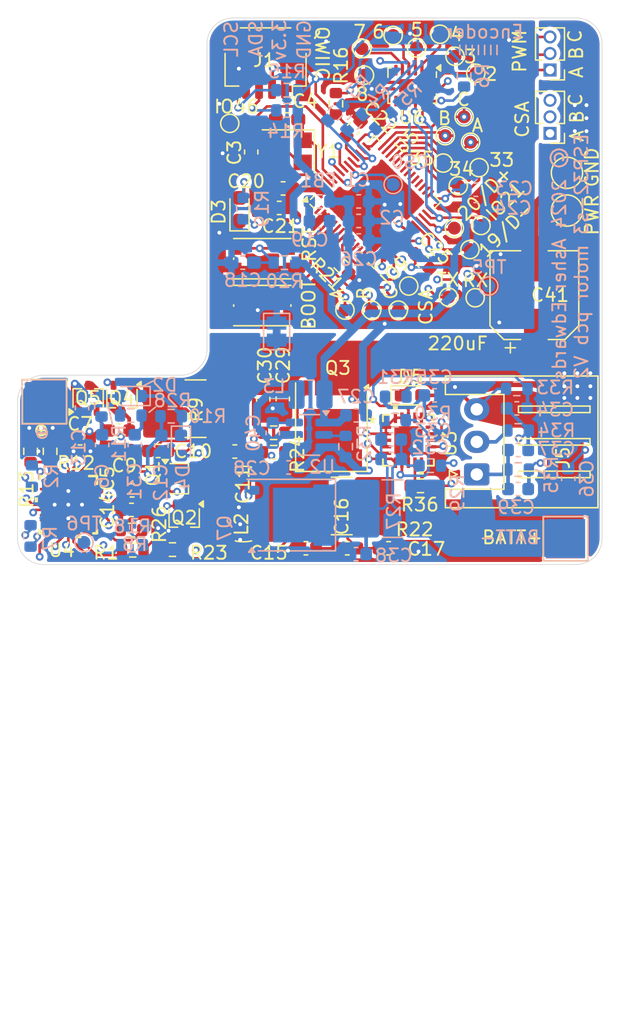
<source format=kicad_pcb>
(kicad_pcb (version 20240108) (generator "pcbnew") (generator_version "8.0")
  (layers (0 "F.Cu" signal) (1 "In1.Cu" signal) (2 "In2.Cu" signal) (31 "B.Cu" signal) (34 "B.Paste" user) (35 "F.Paste" user) (36 "B.SilkS" user "B.Silkscreen") (37 "F.SilkS" user "F.Silkscreen") (38 "B.Mask" user) (39 "F.Mask" user) (44 "Edge.Cuts" user))
  (net 0 "")
  (net 1 "VDD")
  (net 2 "GND")
  (net 3 "/MOTORPWR")
  (net 4 "GNDPWR")
  (net 5 "Net-(U5-XTAL_P)")
  (net 6 "Net-(U5-XTAL_N)")
  (net 7 "Net-(C19-Pad1)")
  (net 8 "Net-(U4-BTST)")
  (net 9 "/1CSA-B")
  (net 10 "/1A")
  (net 11 "/1CSA-A")
  (net 12 "/1CSA-C")
  (net 13 "/1C")
  (net 14 "/CS1")
  (net 15 "/1B")
  (net 16 "/PSU/BATT+")
  (net 17 "/PSU/IN")
  (net 18 "Net-(Q1-S)")
  (net 19 "Net-(C6-Pad1)")
  (net 20 "/UART0_TX")
  (net 21 "/SDA1")
  (net 22 "/UART0_RX")
  (net 23 "/SCL1")
  (net 24 "Net-(U5-MTDI)")
  (net 25 "Net-(U5-MTDO)")
  (net 26 "Net-(U5-MTCK)")
  (net 27 "/NRST")
  (net 28 "/MOSI1")
  (net 30 "/MISO1")
  (net 31 "unconnected-(U5-GPIO12-Pad17)")
  (net 33 "/SCK1")
  (net 35 "Net-(J5-Pin_1)")
  (net 36 "Net-(U5-GPIO3)")
  (net 37 "Net-(U5-GPIO0)")
  (net 38 "/CS0")
  (net 40 "Net-(Q3-G)")
  (net 43 "Net-(Q4-G)")
  (net 44 "Net-(Q4-S)")
  (net 47 "Net-(U5-GPIO9)")
  (net 48 "Net-(U5-GPIO19{slash}USB_D-)")
  (net 49 "Net-(U5-GPIO20{slash}USB_D+)")
  (net 50 "Net-(U5-GPIO21)")
  (net 51 "Net-(U5-GPIO46)")
  (net 52 "Net-(D3-A)")
  (net 53 "/LED")
  (net 54 "Net-(U6-QA)")
  (net 55 "Net-(U6-QB)")
  (net 56 "Net-(U6-QC)")
  (net 57 "Net-(U6-QD)")
  (net 58 "Net-(U6-QE)")
  (net 59 "Net-(U6-QF)")
  (net 60 "Net-(U6-QG)")
  (net 61 "Net-(U6-QH)")
  (net 62 "Net-(Q4-D)")
  (net 63 "Net-(U5-GPIO34)")
  (net 69 "Net-(U5-GPIO35)")
  (net 72 "Net-(U5-GPIO33)")
  (net 76 "Net-(U4-VCC)")
  (net 77 "/PSU/REGN")
  (net 78 "Net-(Q3-S)")
  (net 79 "Net-(C31-Pad1)")
  (net 80 "Net-(Q7-S)")
  (net 81 "/PSU/BATT-")
  (net 82 "/PSU/mid")
  (net 83 "/PSU/Up")
  (net 84 "Net-(U3-BAT)")
  (net 85 "/PSU/Low")
  (net 86 "Net-(U2-SW)")
  (net 87 "Net-(U2-BST)")
  (net 88 "Net-(D2-K)")
  (net 89 "Net-(D5-K)")
  (net 90 "Net-(J5-Pin_2)")
  (net 91 "Net-(Q1-G)")
  (net 92 "Net-(Q2-G)")
  (net 93 "Net-(Q7-G)")
  (net 94 "Net-(U4-SRP)")
  (net 95 "Net-(U4-ACDRV)")
  (net 96 "Net-(U4-CMSRC)")
  (net 97 "Net-(U4-ACDET)")
  (net 98 "Net-(U4-SRN)")
  (net 99 "Net-(U4-BATSRC)")
  (net 100 "Net-(U4-BATDRV)")
  (net 101 "Net-(U4-ILIM)")
  (net 102 "Net-(U3-SRP)")
  (net 103 "Net-(U3-SRN)")
  (net 104 "Net-(U2-EN)")
  (net 105 "Net-(U3-DSG)")
  (net 111 "Net-(U4-ACOK)")
  (net 113 "Net-(U4-TB_STAT_N)")
  (net 116 "Net-(U5-GPIO18)")
  (footprint "Capacitor_SMD:C_0603_1608Metric_Pad1.08x0.95mm_HandSolder" (layer "F.Cu") (at 126.05 100.3 90)
    (property "Reference" "C3")
    (property "Value" "16pF")
  )
  (footprint "TestPoint:TestPoint_Pad_D1.0mm" (layer "F.Cu") (at 141.7 92.95)
    (property "Reference" "TP25" (hide yes))
    (property "Value" "~")
  )
  (footprint "Crystal:Crystal_SMD_3225-4Pin_3.2x2.5mm" (layer "F.Cu") (at 128.9 100.25 180)
    (property "Reference" "Y1")
    (property "Value" "40mhz, 10ppm")
  )
  (footprint "TestPoint:TestPoint_Pad_D1.0mm" (layer "F.Cu") (at 137.35 112.45)
    (property "Reference" "TP12")
    (property "Value" "~")
  )
  (footprint "Capacitor_SMD:C_0603_1608Metric" (layer "F.Cu") (at 115.9 123.2)
    (property "Reference" "C9")
    (property "Value" "0.1uF")
  )
  (footprint "Connector_PinHeader_1.27mm:PinHeader_1x03_P1.27mm_Vertical" (layer "F.Cu") (at 149 98.87 180)
    (property "Reference" "J4" (hide yes))
    (property "Value" "Conn_01x03")
  )
  (footprint "TestPoint:TestPoint_Pad_D1.0mm" (layer "F.Cu") (at 135.3 112.45)
    (property "Reference" "TP11")
    (property "Value" "~")
  )
  (footprint "Resistor_SMD:R_0603_1608Metric" (layer "F.Cu") (at 127.772548 123.3728 180)
    (property "Reference" "R24")
    (property "Value" "10ohm")
  )
  (footprint "Capacitor_SMD:C_0603_1608Metric" (layer "F.Cu") (at 128.2 104.6)
    (property "Reference" "C21")
    (property "Value" "1uF")
  )
  (footprint "Resistor_SMD:R_0603_1608Metric" (layer "F.Cu") (at 116.85 129.35 180)
    (property "Reference" "R26")
    (property "Value" "10k")
  )
  (footprint "TestPoint:TestPoint_Pad_D1.0mm" (layer "F.Cu") (at 142.85 107.8)
    (property "Reference" "TP19" (hide yes))
    (property "Value" "~")
  )
  (footprint "Capacitor_SMD:C_0603_1608Metric" (layer "F.Cu") (at 130.25 130.75)
    (property "Reference" "C15")
    (property "Value" "0.1uF")
  )
  (footprint "Connector_JST:JST_SH_SM04B-SRSS-TB_1x04-1MP_P1.00mm_Horizontal" (layer "F.Cu") (at 127.15 93.45 180)
    (property "Reference" "J1")
    (property "Value" "JST SH SM04B")
  )
  (footprint "TestPoint:TestPoint_Pad_D1.0mm" (layer "F.Cu") (at 141.95 102.9)
    (property "Reference" "TP3" (hide yes))
    (property "Value" "~")
  )
  (footprint "Resistor_SMD:R_0603_1608Metric" (layer "F.Cu") (at 132.95 109 -45)
    (property "Reference" "R21")
    (property "Value" "100k")
  )
  (footprint "TestPoint:TestPoint_Pad_D1.0mm" (layer "F.Cu") (at 143.25 111.5)
    (property "Reference" "TP14" (hide yes))
    (property "Value" "TestPoint")
  )
  (footprint "Resistor_SMD:R_2816_7142Metric" (layer "F.Cu") (at 121.772548 120.0228 180)
    (property "Reference" "R9")
    (property "Value" "5mOhm CS")
  )
  (footprint "LED_SMD:LED_0603_1608Metric_Pad1.05x0.95mm_HandSolder" (layer "F.Cu") (at 125.15 104.7 90)
    (property "Reference" "D3")
    (property "Value" "Osram LT Q99G.01 green led")
  )
  (footprint "TestPoint:TestPoint_Pad_D1.0mm" (layer "F.Cu") (at 136.95 91.35)
    (property "Reference" "TP28" (hide yes))
    (property "Value" "~")
  )
  (footprint "Resistor_SMD:R_0603_1608Metric" (layer "F.Cu") (at 116.95 130.9 180)
    (property "Reference" "R1")
    (property "Value" "10ohm")
  )
  (footprint "Package_TO_SOT_SMD:SOT-323_SC-70" (layer "F.Cu") (at 120.5 125.4)
    (property "Reference" "Q1")
    (property "Value" "NMOS,12v")
  )
  (footprint "Capacitor_SMD:C_0603_1608Metric" (layer "F.Cu") (at 133.425 130.75)
    (property "Reference" "C16")
    (property "Value" "0.1uF")
  )
  (footprint "TestPoint:TestPoint_Pad_D1.0mm" (layer "F.Cu") (at 143.55 101.5)
    (property "Reference" "TP2" (hide yes))
    (property "Value" "~")
  )
  (footprint "TestPoint:TestPoint_Pad_D1.0mm" (layer "F.Cu") (at 140.95 99.05)
    (property "Reference" "TP8" (hide yes))
    (property "Value" "~")
  )
  (footprint "TestPoint:TestPoint_Pad_D2.0mm" (layer "F.Cu") (at 150.3 104.8)
    (property "Reference" "H6" (hide yes))
    (property "Value" "Power")
  )
  (footprint "Package_TO_SOT_SMD:SOT-323_SC-70" (layer "F.Cu") (at 113.522548 119.2228 90)
    (property "Reference" "Q5")
    (property "Value" "NMOS, 12v")
  )
  (footprint "Resistor_SMD:R_0603_1608Metric" (layer "F.Cu") (at 127.772548 121.8728 180)
    (property "Reference" "R25" (hide yes))
    (property "Value" "4.02kohm")
  )
  (footprint "Capacitor_SMD:C_0603_1608Metric" (layer "F.Cu") (at 118.9 123.2728)
    (property "Reference" "C10")
    (property "Value" "0.1uF")
  )
  (footprint "BQ24780:RUY0028A" (layer "F.Cu") (at 112 127.4 -90)
    (property "Reference" "U4")
    (property "Value" "BQ24780SRUYR")
  )
  (footprint "Capacitor_SMD:C_0603_1608Metric" (layer "F.Cu") (at 116.9 126.3)
    (property "Reference" "C5")
    (property "Value" "47nF")
  )
  (footprint "TestPoint:TestPoint_Pad_D1.0mm" (layer "F.Cu") (at 142.4 97.6)
    (property "Reference" "TP9" (hide yes))
    (property "Value" "~")
  )
  (footprint "Button_Switch_SMD:SW_Push_1P1T_NO_CK_KMR2" (layer "F.Cu") (at 126.9 112.1 180)
    (property "Reference" "SW2" (hide yes))
    (property "Value" "KMR2")
  )
  (footprint "Capacitor_SMD:C_0603_1608Metric" (layer "F.Cu") (at 139.2 108.7 -45)
    (property "Reference" "C25")
    (property "Value" "0.1uF")
  )
  (footprint "Inductor_SMD:L_Bourns_SDR0604" (layer "F.Cu") (at 125.45 127.35 90)
    (property "Reference" "L2")
    (property "Value" "5.6uH, 2.2A < sat")
  )
  (footprint "TestPoint:TestPoint_Pad_3.0x3.0mm" (layer "F.Cu") (at 110.172548 119.4728)
    (property "Reference" "H3" (hide yes))
    (property "Value" "Pad")
  )
  (footprint "TestPoint:TestPoint_Pad_D1.0mm" (layer "F.Cu") (at 143.7 105.95)
    (property "Reference" "TP21" (hide yes))
    (property "Value" "~")
  )
  (footprint "TestPoint:TestPoint_Pad_D1.0mm" (layer "F.Cu") (at 134.55 92.35)
    (property "Reference" "TP29" (hide yes))
    (property "Value" "~")
  )
  (footprint "Connector_JST:JST_XH_S3B-XH-A_1x03_P2.50mm_Horizontal" (layer "F.Cu") (at 143.372548 125.0728 90)
    (property "Reference" "J5")
    (property "Value" "Batt Balance connector")
  )
  (footprint "Connector_PinHeader_1.27mm:PinHeader_1x03_P1.27mm_Vertical" (layer "F.Cu") (at 149 94 180)
    (property "Reference" "J3" (hide yes))
    (property "Value" "Conn_01x03")
  )
  (footprint "Capacitor_SMD:C_0603_1608Metric" (layer "F.Cu") (at 128.5 103.1)
    (property "Reference" "C20")
    (property "Value" "0.1uF")
  )
  (footprint "Capacitor_SMD:C_0603_1608Metric" (layer "F.Cu") (at 115.9 121.7 180)
    (property "Reference" "C8" (hide yes))
    (property "Value" "47nf")
  )
  (footprint "Resistor_SMD:R_0603_1608Metric" (layer "F.Cu") (at 120 130.85 180)
    (property "Reference" "R23")
    (property "Value" "10ohm")
  )
  (footprint "Package_TO_SOT_SMD:SOT-323_SC-70" (layer "F.Cu") (at 116.122548 119.2228 -90)
    (property "Reference" "Q4")
    (property "Value" "NMOS, 12v")
  )
  (footprint "TestPoint:TestPoint_Pad_D1.0mm" (layer "F.Cu") (at 141.2 111.45)
    (property "Reference" "TP15" (hide yes))
    (property "Value" "TestPoint")
  )
  (footprint "TestPoint:TestPoint_Pad_D1.0mm" (layer "F.Cu") (at 133.25 112.45)
    (property "Reference" "TP10")
    (property "Value" "~")
  )
  (footprint "TestPoint:TestPoint_Pad_D1.0mm" (layer "F.Cu") (at 143.3 94.25)
    (property "Reference" "TP24" (hide yes))
    (property "Value" "~")
  )
  (footprint "Capacitor_SMD:CP_Elec_6.3x9.9" (layer "F.Cu") (at 147.8 111.3 90)
    (property "Reference" "C41")
    (property "Value" "220uF,APA0609221M016R")
  )
  (footprint "Capacitor_SMD:C_0603_1608Metric" (layer "F.Cu") (at 124.789056 123.314438)
    (property "Reference" "C11")
    (property "Value" "0.1uF")
  )
  (footprint "Button_Switch_SMD:SW_Push_1P1T_NO_CK_KMR2" (layer "F.Cu") (at 126.9 108.5 180)
    (property "Reference" "SW1" (hide yes))
    (property "Value" "KMR2")
  )
  (footprint "Package_DFN_QFN:QFN-56-1EP_7x7mm_P0.4mm_EP4x4mm" (layer "F.Cu") (at 135.5 104.15 45)
    (property "Reference" "U5")
    (property "Value" "ESP32-S3")
  )
  (footprint "Capacitor_SMD:C_0603_1608Metric" (layer "F.Cu") (at 116.85 127.8)
    (property "Reference" "C14")
    (property "Value" "2.2uf")
  )
  (footprint "TestPoint:TestPoint_Pad_D1.0mm" (layer "F.Cu") (at 134.75 94.4)
    (property "Reference" "TP30" (hide yes))
    (property "Value" "~")
  )
  (footprint "Package_DFN_QFN:PQFN-8-EP_6x5mm_P1.27mm_Generic" (layer "F.Cu") (at 132.207548 121.1478 -90)
    (property "Reference" "Q3")
    (property "Value" "NMOS,12v,PPak")
  )
  (footprint "Resistor_SMD:R_0603_1608Metric" (layer "F.Cu") (at 110.6 123.3 90)
    (property "Reference" "R12")
    (property "Value" "866k")
  )
  (footprint "Package_TO_SOT_SMD:SOT-323_SC-70" (layer "F.Cu") (at 120.9 128.4 -90)
    (property "Reference" "Q2")
    (property "Value" "NMOS, 12v")
  )
  (footprint "TestPoint:TestPoint_Pad_D1.0mm" (layer "F.Cu") (at 138.75 92.3)
    (property "Reference" "TP27" (hide yes))
    (property "Value" "~")
  )
  (footprint "Capacitor_SMD:C_0603_1608Metric" (layer "F.Cu") (at 133.9 98.5 45)
    (property "Reference" "C22")
    (property "Value" "0.1uF")
  )
  (footprint "TestPoint:TestPoint_Pad_3.0x3.0mm" (layer "F.Cu") (at 150.172548 130.0228)
    (property "Reference" "H1" (hide yes))
    (property "Value" "Pad")
  )
  (footprint "TestPoint:TestPoint_Pad_D1.0mm" (layer "F.Cu") (at 140.55 91.25)
    (property "Reference" "TP26" (hide yes))
    (property "Value" "~")
  )
  (footprint "Capacitor_SMD:C_0603_1608Metric" (layer "F.Cu") (at 128.472548 119.2728 90)
    (property "Reference" "C29")
    (property "Value" "10uF")
  )
  (footprint "BQ76905:VQFN20_RGR_TEX" (layer "F.Cu") (at 138.1228 122.449874)
    (property "Reference" "U3")
    (property "Value" "BQ76905RGRR")
  )
  (footprint "Diode_SMD:D_0603_1608Metric" (layer "F.Cu") (at 138.3 119)
    (property "Reference" "D5")
    (property "Value" "D")
  )
  (footprint "Capacitor_SMD:C_0603_1608Metric_Pad1.08x0.95mm_HandSolder" (layer "F.Cu") (at 128.8 97.8 180)
    (property "Reference" "C4")
    (property "Value" "16pF")
  )
  (footprint "Resistor_SMD:R_0603_1608Metric" (layer "F.Cu") (at 132.55 96.6 90)
    (property "Reference" "R16")
    (property "Value" "10k")
  )
  (footprint "TestPoint:TestPoint_Pad_D1.0mm" (layer "F.Cu") (at 138.15 110.6)
    (property "Reference" "TP18" (hide yes))
    (property "Value" "~")
  )
  (footprint "TestPoint:TestPoint_Pad_D2.0mm" (layer "F.Cu") (at 150.3 101.9)
    (property "Reference" "H5" (hide yes))
    (property "Value" "GND")
  )
  (footprint "Capacitor_SMD:C_0603_1608Metric" (layer "F.Cu") (at 136.6 130.75)
    (property "Reference" "C17")
    (property "Value" "0.1uF")
  )
  (footprint "TestPoint:TestPoint_Pad_D1.0mm" (layer "F.Cu") (at 140.8 101.15)
    (property "Reference" "TP4" (hide yes))
    (property "Value" "~")
  )
  (footprint "Resistor_SMD:R_0603_1608Metric" (layer "F.Cu") (at 109.1 123.3 -90)
    (property "Reference" "R13")
    (property "Value" "133k")
  )
  (footprint "TestPoint:TestPoint_Pad_D1.0mm" (layer "F.Cu") (at 141.65 106.15)
    (property "Reference" "TP20" (hide yes))
    (property "Value" "~")
  )
  (footprint "Package_DFN_QFN:DHVQFN-16-1EP_2.5x3.5mm_P0.5mm_EP1x2mm" (layer "F.Cu") (at 138.4125 95.2 -90)
    (property "Reference" "U6")
    (property "Value" "74HC595")
  )
  (footprint "TestPoint:TestPoint_Pad_D1.0mm" (layer "F.Cu") (at 124.4 98.1)
    (property "Reference" "TP22" (hide yes))
    (property "Value" "~")
  )
  (footprint "Capacitor_SMD:C_0603_1608Metric" (layer "F.Cu") (at 112.9 122.3)
    (property "Reference" "C7")
    (property "Value" "1nF")
  )
  (footprint "Capacitor_SMD:C_0603_1608Metric" (layer "F.Cu") (at 126.972548 119.2978 90)
    (property "Reference" "C30")
    (property "Value" "10uF")
  )
  (footprint "Resistor_SMD:R_2816_7142Metric" (layer "F.Cu") (at 133 127.5 180)
    (property "Reference" "R22")
    (property "Value" "5mOhm, CS")
  )
  (footprint "Resistor_SMD:R_0603_1608Metric" (layer "F.Cu") (at 139.05 125.95)
    (property "Reference" "R36")
    (property "Value" "5.1k")
  )
  (footprint "TestPoint:TestPoint_Pad_D1.0mm" (layer "F.Cu") (at 142.9 99.55)
    (property "Reference" "TP7" (hide yes))
    (property "Value" "~")
  )
  (footprint "TestPoint:TestPoint_Pad_D1.0mm" (layer "B.Cu") (at 136.95 102.8 180)
    (property "Reference" "TP1" (hide yes))
    (property "Value" "TestPoint")
  )
  (footprint "Resistor_SMD:R_0603_1608Metric" (layer "B.Cu") (at 114.55 119.8 90)
    (property "Reference" "R11")
    (property "Value" "2ohm")
  )
  (footprint "Resistor_SMD:R_0603_1608Metric" (layer "B.Cu") (at 146.55 124.7 180)
    (property "Reference" "R35")
    (property "Value" "10ohm")
  )
  (footprint "Jumper:SolderJumper-2_P1.3mm_Bridged_Pad1.0x1.5mm" (layer "B.Cu") (at 128 114.1 -90)
    (property "Reference" "L1" (hide yes))
    (property "Value" "GND joiner")
  )
  (footprint "Resistor_SMD:R_0603_1608Metric" (layer "B.Cu") (at 133.3 122.9375 90)
    (property "Reference" "R32")
    (property "Value" "10k")
  )
  (footprint "Resistor_SMD:R_0603_1608Metric" (layer "B.Cu") (at 134 98 45)
    (property "Reference" "R4")
    (property "Value" "33ohm")
  )
  (footprint "Resistor_SMD:R_0603_1608Metric" (layer "B.Cu") (at 119.9 120.6)
    (property "Reference" "R10")
    (property "Value" "10k")
  )
  (footprint "Resistor_SMD:R_0603_1608Metric" (layer "B.Cu") (at 136.2 97.9 45)
    (property "Reference" "R5")
    (property "Value" "33ohm")
  )
  (footprint "Capacitor_SMD:C_0603_1608Metric" (layer "B.Cu") (at 128.925 124.5375 180)
    (property "Reference" "C28")
    (property "Value" "22uf")
  )
  (footprint "TestPoint:TestPoint_Pad_D1.0mm" (layer "B.Cu") (at 113.2 130.3 180)
    (property "Reference" "TP6")
    (property "Value" "~")
  )
  (footprint "Capacitor_SMD:C_0603_1608Metric" (layer "B.Cu") (at 134.3 105.6)
    (property "Reference" "C2")
    (property "Value" "1uF")
  )
  (footprint "Capacitor_SMD:C_0603_1608Metric" (layer "B.Cu") (at 127.7 121.8875 -90)
    (property "Reference" "C40")
    (property "Value" "100nF")
  )
  (footprint "Capacitor_SMD:C_0603_1608Metric" (layer "B.Cu") (at 136.8 122.4 180)
    (property "Reference" "C33")
    (property "Value" "0.1uF")
  )
  (footprint "Capacitor_SMD:C_0603_1608Metric" (layer "B.Cu") (at 146.45 120 180)
    (property "Reference" "C34")
    (property "Value" "22nF")
  )
  (footprint "Resistor_SMD:R_0603_1608Metric" (layer "B.Cu") (at 146.45 118.5 180)
    (property "Reference" "R33")
    (property "Value" "10ohm")
  )
  (footprint "Capacitor_SMD:C_0603_1608Metric_Pad1.08x0.95mm_HandSolder" (layer "B.Cu") (at 113.05 119.95 -90)
    (property "Reference" "C13")
    (property "Value" "10uF, 16v")
  )
  (footprint "Resistor_SMD:R_0603_1608Metric" (layer "B.Cu") (at 128.8 97.1 180)
    (property "Reference" "R14")
    (property "Value" "10k")
  )
  (footprint "Diode_SMD:D_0603_1608Metric" (layer "B.Cu") (at 116.8 119.05 180)
    (property "Reference" "D2")
    (property "Value" "D")
  )
  (footprint "Package_DFN_QFN:PQFN-8-EP_6x5mm_P1.27mm_Generic" (layer "B.Cu") (at 128.825 128.2)
    (property "Reference" "Q7")
    (property "Value" "NMOS,12v,PPak")
  )
  (footprint "Inductor_SMD:L_1008_2520Metric" (layer "B.Cu") (at 130.6 118.9375)
    (property "Reference" "L3")
    (property "Value" "4.7uH")
  )
  (footprint "Capacitor_SMD:C_0603_1608Metric" (layer "B.Cu") (at 146.55 126.2 180)
    (property "Reference" "C39")
    (property "Value" "220nF")
  )
  (footprint "Capacitor_SMD:C_0603_1608Metric" (layer "B.Cu") (at 134.3 107.1)
    (property "Reference" "C26")
    (property "Value" "22uF")
  )
  (footprint "Resistor_SMD:R_0603_1608Metric" (layer "B.Cu") (at 128.6 108.8)
    (property "Reference" "R20")
    (property "Value" "10k")
  )
  (footprint "Capacitor_SMD:C_0603_1608Metric" (layer "B.Cu") (at 119.15 122.85 -90)
    (property "Reference" "C12")
    (property "Value" "1uf")
  )
  (footprint "Capacitor_SMD:C_0603_1608Metric_Pad1.08x0.95mm_HandSolder" (layer "B.Cu") (at 125.4 108.8 180)
    (property "Reference" "C18")
    (property "Value" "1uF")
  )
  (footprint "Capacitor_SMD:C_0603_1608Metric" (layer "B.Cu") (at 150.4 125.4 90)
    (property "Reference" "C36")
    (property "Value" "10uF")
  )
  (footprint "Capacitor_SMD:C_0603_1608Metric" (layer "B.Cu") (at 143.3 103.2)
    (property "Reference" "C23")
    (property "Value" "0.1uF")
  )
  (footprint "Resistor_SMD:R_0603_1608Metric" (layer "B.Cu") (at 139.8 124.4 180)
    (property "Reference" "R29")
    (property "Value" "100ohm")
  )
  (footprint "Resistor_SMD:R_0603_1608Metric" (layer "B.Cu") (at 132.5 97.3 45)
    (property "Reference" "R3")
    (property "Value" "33ohm")
  )
  (footprint "Capacitor_SMD:C_0603_1608Metric" (layer "B.Cu") (at 134.3 104.1)
    (property "Reference" "C1")
    (property "Value" "1uF")
  )
  (footprint "Resistor_SMD:R_0603_1608Metric" (layer "B.Cu") (at 117.1 129)
    (property "Reference" "R8")
    (property "Value" "10k")
  )
  (footprint "Resistor_SMD:R_2816_7142Metric" (layer "B.Cu") (at 136.9 127.7)
    (property "Reference" "R27")
    (property "Value" "1mOhm, CS")
  )
  (footprint "TestPoint:TestPoint_Pad_3.0x3.0mm" (layer "B.Cu") (at 110.15 119.5 90)
    (property "Reference" "H4" (hide yes))
    (property "Value" "Pad")
  )
  (footprint "Capacitor_SMD:C_0603_1608Metric" (layer "B.Cu") (at 146.55 123.2 180)
    (property "Reference" "C37")
    (property "Value" "220nF")
  )
  (footprint "TestPoint:TestPoint_Pad_D1.0mm" (layer "B.Cu") (at 144.3 110.6 180)
    (property "Reference" "TP5")
    (property "Value" "~")
  )
  (footprint "Resistor_SMD:R_0603_1608Metric" (layer "B.Cu") (at 109.2 125.2 90)
    (property "Reference" "R2")
    (property "Value" "4.02k")
  )
  (footprint "custom_Interface_HID:fpc_7pin_0.3mm_connector Panasonic" (layer "B.Cu") (at 138.55 91.94)
    (property "Reference" "J2" (hide yes))
    (property "Value" "7 pin FPC 0.3mm")
  )
  (footprint "Inductor_SMD:L_0603_1608Metric" (layer "B.Cu") (at 131.3 104.1)
    (property "Reference" "FB1")
    (property "Value" "120ohm imp @100mhz")
  )
  (footprint "Resistor_SMD:R_0603_1608Metric" (layer "B.Cu") (at 146.55 121.7 180)
    (property "Reference" "R34")
    (property "Value" "10ohm")
  )
  (footprint "Diode_SMD:D_0603_1608Metric" (layer "B.Cu") (at 120.65 122.85 -90)
    (property "Reference" "D4")
    (property "Value" "D")
  )
  (footprint "Capacitor_SMD:C_0603_1608Metric" (layer "B.Cu") (at 134.1 120.5375)
    (property "Reference" "C27")
    (property "Value" "22uf")
  )
  (footprint "Capacitor_SMD:C_0603_1608Metric" (layer "B.Cu") (at 134.1 131.2 180)
    (property "Reference" "C38")
    (property "Value" "0.1uF")
  )
  (footprint "Capacitor_SMD:C_0603_1608Metric" (layer "B.Cu") (at 136.8 123.9 180)
    (property "Reference" "C32")
    (property "Value" "100pF")
  )
  (footprint "Capacitor_SMD:C_0603_1608Metric" (layer "B.Cu") (at 131.3 105.6)
    (property "Reference" "C19")
    (property "Value" "0.1uF")
  )
  (footprint "Resistor_SMD:R_0603_1608Metric" (layer "B.Cu") (at 109.1 129.8 -90)
    (property "Reference" "R7")
    (property "Value" "4.02k")
  )
  (footprint "Resistor_SMD:R_0603_1608Metric" (layer "B.Cu") (at 116.8 120.55)
    (property "Reference" "R28")
    (property "Value" "2ohm")
  )
  (footprint "Package_TO_SOT_SMD:TSOT-23-6" (layer "B.Cu") (at 130.5 122.0375 180)
    (property "Reference" "U2")
    (property "Value" "AP63203WU")
  )
  (footprint "Resistor_SMD:R_0603_1608Metric" (layer "B.Cu") (at 125.45 104.65 90)
    (property "Reference" "R19")
    (property "Value" "80.6 ohm")
  )
  (footprint "Capacitor_SMD:C_0603_1608Metric" (layer "B.Cu") (at 114.6 122.8 -90)
    (property "Reference" "C6")
    (property "Value" "2.2uf")
  )
  (footprint "Resistor_SMD:R_0603_1608Metric" (layer "B.Cu") (at 142.4 94.45 -90)
    (property "Reference" "R6")
    (property "Value" "33ohm")
  )
  (footprint "Resistor_SMD:R_0603_1608Metric" (layer "B.Cu") (at 116.9 130.5 180)
    (property "Reference" "R18")
    (property "Value" "10k")
  )
  (footprint "Resistor_SMD:R_0603_1608Metric" (layer "B.Cu") (at 137.15 119.1 180)
    (property "Reference" "R31")
    (property "Value" "10k")
  )
  (footprint "Capacitor_SMD:C_0603_1608Metric" (layer "B.Cu") (at 117.1 122.8 -90)
    (property "Reference" "C31")
    (property "Value" "2.2uf")
  )
  (footprint "Capacitor_SMD:C_0603_1608Metric" (layer "B.Cu") (at 143.3 104.7)
    (property "Reference" "C24")
    (property "Value" "1uF")
  )
  (footprint "TestPoint:TestPoint_Pad_3.0x3.0mm" (layer "B.Cu") (at 150.2 130 180)
    (property "Reference" "H2" (hide yes))
    (property "Value" "Pad")
  )
  (footprint "Resistor_SMD:R_0603_1608Metric" (layer "B.Cu") (at 137.1 120.9 180)
    (property "Reference" "R30")
    (property "Value" "100ohm")
  )
  (footprint "Capacitor_SMD:C_0603_1608Metric" (layer "B.Cu") (at 140.125 119)
    (property "Reference" "C35")
    (property "Value" "2.2uf")
  )
  (footprint "Resistor_SMD:R_0603_1608Metric" (layer "B.Cu") (at 128.8 95.55 180)
    (property "Reference" "R15")
    (property "Value" "10k")
  )
  (gr_line (start 118.5 117.9) (end 117.7 118.3) (stroke (width 0.12)) (layer "B.SilkS"))
  (gr_line (start 115.4 121.3) (end 115.0725 119.8) (stroke (width 0.12)) (layer "B.SilkS"))
  (gr_line (start 148.5 125) (end 147.9 124.7) (stroke (width 0.12)) (layer "B.SilkS"))
  (gr_line (start 118.7 119.9) (end 118.2 120.3) (stroke (width 0.12)) (layer "B.SilkS"))
  (gr_line (start 108.1 130) (end 108.1 119.45) (stroke (width 0.05)) (layer "Edge.Cuts"))
  (gr_arc (start 153 130) (mid 152.414214 131.414214) (end 151 132) (stroke (width 0.05)) (layer "Edge.Cuts"))
  (gr_arc (start 122.65 115.45) (mid 122.064214 116.864214) (end 120.65 117.45) (stroke (width 0.05)) (layer "Edge.Cuts"))
  (gr_line (start 110.1 117.45) (end 120.65 117.45) (stroke (width 0.05)) (layer "Edge.Cuts"))
  (gr_line (start 122.65 115.45) (end 122.65 92) (stroke (width 0.05)) (layer "Edge.Cuts"))
  (gr_arc (start 151 90) (mid 152.414214 90.585786) (end 153 92) (stroke (width 0.05)) (layer "Edge.Cuts"))
  (gr_line (start 151 132) (end 110.1 132) (stroke (width 0.05)) (layer "Edge.Cuts"))
  (gr_arc (start 110.1 132) (mid 108.685786 131.414214) (end 108.1 130) (stroke (width 0.05)) (layer "Edge.Cuts"))
  (gr_arc (start 122.65 92) (mid 123.235786 90.585786) (end 124.65 90) (stroke (width 0.05)) (layer "Edge.Cuts"))
  (gr_arc (start 108.1 119.45) (mid 108.685786 118.035786) (end 110.1 117.45) (stroke (width 0.05)) (layer "Edge.Cuts"))
  (gr_line (start 153 92) (end 153 130) (stroke (width 0.05)) (layer "Edge.Cuts"))
  (gr_line (start 124.65 90) (end 151 90) (stroke (width 0.05)) (layer "Edge.Cuts"))
  (gr_text "|||||||" (at 141.75 92.2 180) (layer "B.SilkS") (effects (font (size 0.5 0.5) (thickness 0.125) (bold yes)) (justify left bottom mirror)))
  (gr_text "⊖" (at 110.7 122.4 0) (layer "B.SilkS") (effects (font (size 1 1)) (justify left bottom mirror)))
  (gr_text "Encoder" (at 147.05 91.65 0) (layer "B.SilkS") (effects (font (size 1 1)) (justify left bottom mirror)))
  (gr_text "GND" (at 130.7 90.05 90) (layer "B.SilkS") (effects (font (size 1 1)) (justify left bottom mirror)))
  (gr_text "ESP32-s3 motor pcb V2" (at 152 98.8 90) (layer "B.SilkS") (effects (font (size 1 1)) (justify left bottom mirror)))
  (gr_text "SDA" (at 127 90.1 90) (layer "B.SilkS") (effects (font (size 1 1)) (justify left bottom mirror)))
  (gr_text "CS0" (at 139.8 101.65 0) (layer "B.SilkS") (effects (font (size 1 1)) (justify left bottom mirror)))
  (gr_text "© 2024 Asher Edwards" (at 150.3 99.8 90) (layer "B.SilkS") (effects (font (size 1 1)) (justify left bottom mirror)))
  (gr_text "3.3v" (at 128.8 90.05 90) (layer "B.SilkS") (effects (font (size 1 1)) (justify left bottom mirror)))
  (gr_text "BATT-" (at 148.3 130.5 0) (layer "B.SilkS") (effects (font (size 1 1)) (justify left bottom mirror)))
  (gr_text "SCL" (at 125.1 90.15 90) (layer "B.SilkS") (effects (font (size 1 1)) (justify left bottom mirror)))
  (gr_text "CSA" (at 140.05 113.7 90) (layer "F.SilkS") (effects (font (size 1 1)) (justify left bottom)))
  (gr_text "C" (at 151.55 96.9 90) (layer "F.SilkS") (effects (font (size 1 1)) (justify left bottom)))
  (gr_text "IO9" (at 136.55 110.8 45) (layer "F.SilkS") (effects (font (size 1 1)) (justify left bottom)))
  (gr_text "A" (at 151.65 99.6 90) (layer "F.SilkS") (effects (font (size 1 1)) (justify left bottom)))
  (gr_text "C" (at 151.5 92 90) (layer "F.SilkS") (effects (font (size 1 1)) (justify left bottom)))
  (gr_text "4" (at 141.25 91.85 0) (layer "F.SilkS") (effects (font (size 1 1)) (justify left bottom)))
  (gr_text "35" (at 138.1 101.4 0) (layer "F.SilkS") (effects (font (size 1 1)) (justify left bottom)))
  (gr_text "3" (at 142.3 93.55 0) (layer "F.SilkS") (effects (font (size 1 1)) (justify left bottom)))
  (gr_text "C" (at 137.35 111.75 90) (layer "F.SilkS") (effects (font (size 1 1)) (justify left bottom)))
  (gr_text "C" (at 141.75 96.85 0) (layer "F.SilkS") (effects (font (size 1 1)) (justify left bottom)))
  (gr_text "RX" (at 142.2 110.75 -0) (layer "F.SilkS") (effects (font (size 1 1)) (justify left bottom)))
  (gr_text "BATT+" (at 143.7 130.5 0) (layer "F.SilkS") (effects (font (size 1 1)) (justify left bottom)))
  (gr_text "PWR" (at 152.8 106.8 90) (layer "F.SilkS") (effects (font (size 1 1)) (justify left bottom)))
  (gr_text "B" (at 135.3 111.75 90) (layer "F.SilkS") (effects (font (size 1 1)) (justify left bottom)))
  (gr_text "A" (at 133.25 111.75 90) (layer "F.SilkS") (effects (font (size 1 1)) (justify left bottom)))
  (gr_text "A" (at 142.9 98.85 0) (layer "F.SilkS") (effects (font (size 1 1)) (justify left bottom)))
  (gr_text "QWIIC" (at 130.9 90.55 -90) (layer "F.SilkS") (effects (font (size 1 1)) (justify left bottom)))
  (gr_text "5" (at 138.2 91.5 0) (layer "F.SilkS") (effects (font (size 1 1)) (justify left bottom)))
  (gr_text "220uF" (at 139.5 115.6 0) (layer "F.SilkS") (effects (font (size 1 1)) (justify left bottom)))
  (gr_text "IO46" (at 123.1 97.4 0) (layer "F.SilkS") (effects (font (size 1 1)) (justify left bottom)))
  (gr_text "B" (at 151.65 98.2 90) (layer "F.SilkS") (effects (font (size 1 1)) (justify left bottom)))
  (gr_text "34" (at 141.15 102.2 0) (layer "F.SilkS") (effects (font (size 1 1)) (justify left bottom)))
  (gr_text "B" (at 140.3 98.3 0) (layer "F.SilkS") (effects (font (size 1 1)) (justify left bottom)))
  (gr_text "7" (at 133.8 91.65 0) (layer "F.SilkS") (effects (font (size 1 1)) (justify left bottom)))
  (gr_text "8" (at 134 96.45 0) (layer "F.SilkS") (effects (font (size 1 1)) (justify left bottom)))
  (gr_text "2" (at 143.9 94.9 0) (layer "F.SilkS") (effects (font (size 1 1)) (justify left bottom)))
  (gr_text "B" (at 151.6 93.3 90) (layer "F.SilkS") (effects (font (size 1 1)) (justify left bottom)))
  (gr_text "CSA" (at 147.45 99.3 90) (layer "F.SilkS") (effects (font (size 1 1)) (justify left bottom)))
  (gr_text "33" (at 144.25 101.5 0) (layer "F.SilkS") (effects (font (size 1 1)) (justify left bottom)))
  (gr_text "19/D-" (at 144.1 108.6 45) (layer "F.SilkS") (effects (font (size 1 1)) (justify left bottom)))
  (gr_text "IO21" (at 144.7 105.8 45) (layer "F.SilkS") (effects (font (size 1 1)) (justify left bottom)))
  (gr_text "A" (at 151.6 94.7 90) (layer "F.SilkS") (effects (font (size 1 1)) (justify left bottom)))
  (gr_text "6" (at 135.25 91.65 0) (layer "F.SilkS") (effects (font (size 1 1)) (justify left bottom)))
  (gr_text "GND" (at 152.8 103.1 90) (layer "F.SilkS") (effects (font (size 1 1)) (justify left bottom)))
  (gr_text "BOOT" (at 131.05 114.05 90) (layer "F.SilkS") (effects (font (size 1 1)) (justify left bottom)))
  (gr_text "⊕" (at 109.2 122.2 0) (layer "F.SilkS") (effects (font (size 1 1)) (justify left bottom)))
  (gr_text "TX" (at 140.2 110.7 -0) (layer "F.SilkS") (effects (font (size 1 1)) (justify left bottom)))
  (gr_text "PWM" (at 147.25 94.3 90) (layer "F.SilkS") (effects (font (size 1 1)) (justify left bottom)))
  (gr_text "20/D+" (at 142.5 105.8 45) (layer "F.SilkS") (effects (font (size 1 1)) (justify left bottom)))
  (gr_text "RST" (at 131.1 108.85 90) (layer "F.SilkS") (effects (font (size 1 1)) (justify left bottom)))
  (segment (start 131.504847 103.266117) (end 131.363426 103.407538) (width 0.2) (layer "F.Cu") (net 1))
  (segment (start 129.275 103.1) (end 131.055887 103.1) (width 0.6) (layer "F.Cu") (net 1))
  (segment (start 133.351992 99.048008) (end 133.351992 100.022093) (width 0.2) (layer "F.Cu") (net 1))
  (segment (start 141.149265 94.85) (end 140.549265 95.45) (width 0.2) (layer "F.Cu") (net 1))
  (segment (start 133.351992 100.022093) (end 134.050431 100.720532) (width 0.2) (layer "F.Cu") (net 1))
  (segment (start 140.108135 103.879098) (end 139.777996 103.548959) (width 0.2) (layer "F.Cu") (net 1))
  (segment (start 129.575 105.2) (end 128.975 104.6) (width 0.6) (layer "F.Cu") (net 1))
  (segment (start 131 94.7) (end 131 95.85) (width 0.2) (layer "F.Cu") (net 1))
  (segment (start 127.7 93.85) (end 127.7 95.4) (width 0.2) (layer "F.Cu") (net 1))
  (segment (start 138.651992 108.866524) (end 138.356629 109.161887) (width 0.2) (layer "F.Cu") (net 1))
  (segment (start 138.651992 108.151992) (end 138.651992 108.15052) (width 0.2) (layer "F.Cu") (net 1))
  (segment (start 129.575 105.577817) (end 129.575 105.2) (width 0.6) (layer "F.Cu") (net 1))
  (segment (start 140.549265 95.45) (end 140.1 95.45) (width 0.2) (layer "F.Cu") (net 1))
  (segment (start 128.975 103.4) (end 129.275 103.1) (width 0.6) (layer "F.Cu") (net 1))
  (segment (start 133.351992 98.226992) (end 132.55 97.425) (width 0.2) (layer "F.Cu") (net 1))
  (segment (start 138.651992 108.15052) (end 137.515254 107.013782) (width 0.2) (layer "F.Cu") (net 1))
  (segment (start 128.975 104.6) (end 128.975 103.4) (width 0.6) (layer "F.Cu") (net 1))
  (segment (start 138.651992 108.151992) (end 138.651992 108.866524) (width 0.2) (layer "F.Cu") (net 1))
  (segment (start 127.7 95.4) (end 127.65 95.45) (width 0.2) (layer "F.Cu") (net 1))
  (segment (start 133.351992 99.048008) (end 133.351992 98.226992) (width 0.2) (layer "F.Cu") (net 1))
  (segment (start 131.055887 103.1) (end 131.363426 103.407539) (width 0.6) (layer "F.Cu") (net 1))
  (segment (start 132.55 97.4) (end 132.55 97.425) (width 0.2) (layer "F.Cu") (net 1))
  (segment (start 140.949197 103.879098) (end 140.108135 103.879098) (width 0.2) (layer "F.Cu") (net 1))
  (segment (start 131 95.85) (end 132.55 97.4) (width 0.2) (layer "F.Cu") (net 1))
  (segment (start 131.363426 103.407538) (end 131.363426 103.407539) (width 0.2) (layer "F.Cu") (net 1))
  (via (at 129.575 105.577817) (size 0.6) (drill 0.3) (layers "F.Cu" "B.Cu") (net 1))
  (via (at 140.949197 103.879098) (size 0.6) (drill 0.3) (layers "F.Cu" "B.Cu") (net 1))
  (via (at 141.149265 94.85) (size 0.6) (drill 0.3) (layers "F.Cu" "B.Cu") (net 1))
  (via (at 138.356629 109.161887) (size 0.6) (drill 0.3) (layers "F.Cu" "B.Cu") (net 1))
  (via (at 131 94.7) (size 0.6) (drill 0.3) (layers "F.Cu" "B.Cu") (net 1))
  (via (at 127.7 93.85) (size 0.6) (drill 0.3) (layers "F.Cu" "B.Cu") (net 1))
  (segment (start 130.068629 108.8) (end 129.425 108.8) (width 0.6) (layer "B.Cu") (net 1))
  (segment (start 132.209315 110.940685) (end 133.525 109.625) (width 0.6) (layer "B.Cu") (net 1))
  (segment (start 134.3 113.5) (end 131.675 116.125) (width 0.6) (layer "B.Cu") (net 1))
  (segment (start 132.0875 104.1) (end 133.525 104.1) (width 0.6) (layer "B.Cu") (net 1))
  (segment (start 129.625 97.1) (end 129.8 97.1) (width 0.2) (layer "B.Cu") (net 1))
  (segment (start 131.325 102.725) (end 129.625 101.025) (width 0.6) (layer "B.Cu") (net 1))
  (segment (start 140.1 112.7) (end 141.65 111.15) (width 0.6) (layer "B.Cu") (net 1))
  (segment (start 133.75 113.9) (end 132.209315 112.359315) (width 0.6) (layer "B.Cu") (net 1))
  (segment (start 129.625 96.075) (end 129.625 97.1) (width 0.2) (layer "B.Cu") (net 1))
  (segment (start 131.6375 121.0875) (end 131.6375 118.975) (width 0.6) (layer "B.Cu") (net 1))
  (segment (start 131.359178 118.9375) (end 131.675 118.9375) (width 0.6) (layer "B.Cu") (net 1))
  (segment (start 141.161887 109.161887) (end 138.356629 109.161887) (width 0.2) (layer "B.Cu") (net 1))
  (segment (start 132.209315 112.359315) (end 132.209315 110.940685) (width 0.6) (layer "B.Cu") (net 1))
  (segment (start 141.65 109.65) (end 141.65 108) (width 0.6) (layer "B.Cu") (net 1))
  (segment (start 132.9 94.7) (end 133.9 93.7) (width 0.2) (layer "B.Cu") (net 1))
  (segment (start 135.1 112.7) (end 140.1 112.7) (width 0.6) (layer "B.Cu") (net 1))
  (segment (start 140.949197 103.879098) (end 141.628295 103.2) (width 0.2) (layer "B.Cu") (net 1))
  (segment (start 141.65 111.15) (end 141.65 109.65) (width 0.6) (layer "B.Cu") (net 1))
  (segment (start 142.525 104.7) (end 142.525 103.2) (width 0.6) (layer "B.Cu") (net 1))
  (segment (start 133.75 114.05) (end 133.75 113.9) (width 0.6) (layer "B.Cu") (net 1))
  (segment (start 131.325 102.725) (end 130.275 102.725) (width 0.6) (layer "B.Cu") (net 1))
  (segment (start 135.75 90.65) (end 137.65 90.65) (width 0.2) (layer "B.Cu") (net 1))
  (segment (start 131.675 116.125) (end 131.675 118.9375) (width 0.6) (layer "B.Cu") (net 1))
  (segment (start 132.0875 103.4875) (end 131.325 102.725) (width 0.6) (layer "B.Cu") (net 1))
  (segment (start 133.9 92.5) (end 135.75 90.65) (width 0.2) (layer "B.Cu") (net 1))
  (segment (start 130.275 102.725) (end 129.3 103.7) (width 0.6) (layer "B.Cu") (net 1))
  (segment (start 129.3 103.7) (end 129.3 105.302817) (width 0.6) (layer "B.Cu") (net 1))
  (segment (start 131 94.7) (end 132.9 94.7) (width 0.2) (layer "B.Cu") (net 1))
  (segment (start 133.525 104.1) (end 133.525 107.1) (width 0.6) (layer "B.Cu") (net 1))
  (segment (start 132.775 121.0875) (end 133.325 120.5375) (width 0.6) (layer "B.Cu") (net 1))
  (segment (start 133.9 93.7) (end 133.9 92.5) (width 0.2) (layer "B.Cu") (net 1))
  (segment (start 131 94.7) (end 129.625 96.075) (width 0.2) (layer "B.Cu") (net 1))
  (segment (start 141.628295 103.2) (end 142.525 103.2) (width 0.2) (layer "B.Cu") (net 1))
  (segment (start 129.3 105.302817) (end 129.575 105.577817) (width 0.6) (layer "B.Cu") (net 1))
  (segment (start 141.65 108) (end 142.525 107.125) (width 0.6) (layer "B.Cu") (net 1))
  (segment (start 131.6375 121.0875) (end 132.775 121.0875) (width 0.6) (layer "B.Cu") (net 1))
  (segment (start 132.0875 104.1) (end 132.0875 103.4875) (width 0.6) (layer "B.Cu") (net 1))
  (segment (start 131.6375 118.975) (end 131.675 118.9375) (width 0.6) (layer "B.Cu") (net 1))
  (segment (start 127.7 93.85) (end 130.15 93.85) (width 0.2) (layer "B.Cu") (net 1))
  (segment (start 132.209315 110.940685) (end 130.068629 108.8) (width 0.6) (layer "B.Cu") (net 1))
  (segment (start 141.65 109.65) (end 141.161887 109.161887) (width 0.2) (layer "B.Cu") (net 1))
  (segment (start 142.525 107.125) (end 142.525 104.7) (width 0.6) (layer "B.Cu") (net 1))
  (segment (start 133.525 109.625) (end 133.525 107.1) (width 0.6) (layer "B.Cu") (net 1))
  (segment (start 134.3 113.5) (end 135.1 112.7) (width 0.6) (layer "B.Cu") (net 1))
  (segment (start 129.625 101.025) (end 129.625 97.1) (width 0.6) (layer "B.Cu") (net 1))
  (segment (start 130.15 93.85) (end 131 94.7) (width 0.2) (layer "B.Cu") (net 1))
  (segment (start 139.748008 109.248008) (end 139.946016 109.05) (width 0.2) (layer "F.Cu") (net 2))
  (segment (start 126.05 99.437499) (end 127.762501 99.437499) (width 0.2) (layer "F.Cu") (net 2))
  (segment (start 138.35 94.95) (end 138.65 95.25) (width 0.2) (layer "F.Cu") (net 2))
  (segment (start 130 101.1) (end 129.7 101.1) (width 0.2) (layer "F.Cu") (net 2))
  (segment (start 135.8 94.95) (end 135.3 95.45) (width 0.2) (layer "F.Cu") (net 2))
  (segment (start 127.762501 99.437499) (end 127.8 99.4) (width 0.2) (layer "F.Cu") (net 2))
  (segment (start 134.35 110.15) (end 134.1 110.15) (width 0.2) (layer "F.Cu") (net 2))
  (segment (start 139.946016 109.05) (end 143.35 109.05) (width 0.2) (layer "F.Cu") (net 2))
  (segment (start 136.725 94.95) (end 138.35 94.95) (width 0.2) (layer "F.Cu") (net 2))
  (segment (start 134.1 110.15) (end 133.533363 109.583363) (width 0.2) (layer "F.Cu") (net 2))
  (segment (start 138.4125 95.2) (end 138.1625 94.95) (width 0.2) (layer "F.Cu") (net 2))
  (segment (start 127.937499 97.8) (end 127.937499 99.262501) (width 0.2) (layer "F.Cu") (net 2))
  (segment (start 129.7 101.1) (end 128 99.4) (width 0.2) (layer "F.Cu") (net 2))
  (segment (start 136.725 94.95) (end 135.8 94.95) (width 0.2) (layer "F.Cu") (net 2))
  (segment (start 127.937499 99.262501) (end 127.8 99.4) (width 0.2) (layer "F.Cu") (net 2))
  (segment (start 128 99.4) (end 127.8 99.4) (width 0.2) (layer "F.Cu") (net 2))
  (via (at 123.85 100.4) (size 0.6) (drill 0.3) (layers "F.Cu" "B.Cu") (net 2))
  (via (at 136.3 104.35) (size 0.6) (drill 0.3) (layers "F.Cu" "B.Cu") (net 2))
  (via (at 143.35 109.05) (size 0.6) (drill 0.3) (layers "F.Cu" "B.Cu") (net 2))
  (via (at 145.15 102.5) (size 0.6) (drill 0.3) (layers "F.Cu" "B.Cu") (net 2))
  (via (at 145.1 113.4) (size 0.6) (drill 0.3) (layers "F.Cu" "B.Cu") (net 2))
  (via (at 138.25 91.2) (size 0.6) (drill 0.3) (layers "F.Cu" "B.Cu") (net 2))
  (via (at 125.1 93.9) (size 0.6) (drill 0.3) (layers "F.Cu" "B.Cu") (net 2))
  (via (at 137.5 104.3) (size 0.6) (drill 0.3) (layers "F.Cu" "B.Cu") (net 2))
  (via (at 131.8 91.8) (size 0.6) (drill 0.3) (layers "F.Cu" "B.Cu") (net 2))
  (via (at 138.65 95.25) (size 0.6) (drill 0.3) (layers "F.Cu" "B.Cu") (net 2))
  (via (at 134.35 110.15) (size 0.6) (drill 0.3) (layers "F.Cu" "B.Cu") (net 2))
  (via (at 123.6 106.5) (size 0.6) (drill 0.3) (layers "F.Cu" "B.Cu") (net 2))
  (via (at 123.6 96.6) (size 0.6) (drill 0.3) (layers "F.Cu" "B.Cu") (net 2))
  (via (at 130.5 113.55) (size 0.6) (drill 0.3) (layers "F.Cu" "B.Cu") (net 2))
  (via (at 136.3 113.5) (size 0.6) (drill 0.3) (layers "F.Cu" "B.Cu") (net 2))
  (via (at 145.2 108.15) (size 0.6) (drill 0.3) (layers "F.Cu" "B.Cu") (net 2))
  (via (at 135 102.75) (size 0.6) (drill 0.3) (layers "F.Cu" "B.Cu") (net 2))
  (via (at 135.3 95.45) (size 0.6) (drill 0.3) (layers "F.Cu" "B.Cu") (net 2))
  (via (at 126.55 112.45) (size 0.6) (drill 0.3) (layers "F.Cu" "B.Cu") (net 2))
  (via (at 145.85 91.7) (size 0.6) (drill 0.3) (layers "F.Cu" "B.Cu") (net 2))
  (segment (start 134.875 120.5375) (end 134.625 120.2875) (width 0.6) (layer "B.Cu") (net 2))
  (segment (start 134.625 115.175) (end 136.3 113.5) (width 0.6) (layer "B.Cu") (net 2))
  (segment (start 139.45 91.293728) (end 139.562235 91.405963) (width 0.2) (layer "B.Cu") (net 2))
  (segment (start 135.2 120.7128) (end 135.0503 120.7128) (width 0.2) (layer "B.Cu") (net 2))
  (segment (start 134.625 120.2875) (end 134.625 115.175) (width 0.6) (layer "B.Cu") (net 2))
  (segment (start 139.45 90.65) (end 139.45 91.293728) (width 0.2) (layer "B.Cu") (net 2))
  (segment (start 138.25 90.65) (end 138.25 91.2) (width 0.2) (layer "B.Cu") (net 2))
  (segment (start 135.0503 120.7128) (end 134.875 120.5375) (width 0.2) (layer "B.Cu") (net 2))
  (segment (start 113.2 125.165688) (end 113.917888 124.4478) (width 0.2) (layer "F.Cu") (net 3))
  (segment (start 123.014438 123.314438) (end 123 123.3) (width 0.6) (layer "F.Cu") (net 3))
  (segment (start 119.716638 123.314438) (end 119.675 123.2728) (width 0.28) (layer "F.Cu") (net 3))
  (segment (start 122 122.4) (end 122 120.6) (width 0.2) (layer "F.Cu") (net 3))
  (segment (start 121.1272 123.2728) (end 122 122.4) (width 0.2) (layer "F.Cu") (net 3))
  (segment (start 134.112548 118.987452) (end 133.8 119.3) (width 0.6) (layer "F.Cu") (net 3))
  (segment (start 119.65 124.6) (end 122.012892 124.6) (width 0.6) (layer "F.Cu") (net 3))
  (segment (start 150.3 104.8) (end 150.3 113.9) (width 2.814) (layer "F.Cu") (net 3))
  (segment (start 150.3 113.9) (end 147.993715 116.206285) (width 2.814) (layer "F.Cu") (net 3))
  (segment (start 124.014056 123.314438) (end 123.014438 123.314438) (width 0.6) (layer "F.Cu") (net 3))
  (segment (start 134.112548 118.4228) (end 131.572548 118.4228) (width 0.6) (layer "F.Cu") (net 3))
  (segment (start 118.5 124.4478) (end 119.675 123.2728) (width 0.2) (layer "F.Cu") (net 3))
  (segment (start 119.675 123.2728) (end 121.1272 123.2728) (width 0.2) (layer "F.Cu") (net 3))
  (segment (start 123 121.307848) (end 124.285048 120.0228) (width 0.6) (layer "F.Cu") (net 3))
  (segment (start 113.2 125.500001) (end 113.2 125.165688) (width 0.2) (layer "F.Cu") (net 3))
  (segment (start 123 123.612892) (end 123 123.3) (width 0.6) (layer "F.Cu") (net 3))
  (segment (start 128.472548 118.4978) (end 125.810048 118.4978) (width 0.6) (layer "F.Cu") (net 3))
  (segment (start 125.810048 118.4978) (end 124.285048 120.0228) (width 0.6) (layer "F.Cu") (net 3))
  (segment (start 123 123.3) (end 123 121.307848) (width 0.6) (layer "F.Cu") (net 3))
  (segment (start 122.5772 120.0228) (end 124.285048 120.0228) (width 0.2) (layer "F.Cu") (net 3))
  (segment (start 122.012892 124.6) (end 123 123.612892) (width 0.6) (layer "F.Cu") (net 3))
  (segment (start 147.993715 116.206285) (end 124.406285 116.206285) (width 2.814) (layer "F.Cu") (net 3))
  (segment (start 119.5 124.75) (end 119.65 124.6) (width 0.6) (layer "F.Cu") (net 3))
  (segment (start 134.112548 118.4228) (end 134.112548 118.987452) (width 0.6) (layer "F.Cu") (net 3))
  (segment (start 113.917888 124.4478) (end 118.5 124.4478) (width 0.2) (layer "F.Cu") (net 3))
  (segment (start 122 120.6) (end 122.5772 120.0228) (width 0.2) (layer "F.Cu") (net 3))
  (via (at 133.8 119.3) (size 0.6) (drill 0.3) (layers "F.Cu" "B.Cu") (net 3))
  (via (at 135.1 124.775001) (size 0.6) (drill 0.3) (layers "F.Cu" "B.Cu") (net 3))
  (segment (start 134.312501 124.775001) (end 133.3 123.7625) (width 0.6) (layer "B.Cu") (net 3))
  (segment (start 129.7 124.5375) (end 130.0875 124.5375) (width 0.6) (layer "B.Cu") (net 3))
  (segment (start 135.1 124.775001) (end 134.312501 124.775001) (width 0.6) (layer "B.Cu") (net 3))
  (segment (start 131.6375 122.9875) (end 132.525 122.9875) (width 0.6) (layer "B.Cu") (net 3))
  (segment (start 130.0875 124.5375) (end 131.6375 122.9875) (width 0.6) (layer "B.Cu") (net 3))
  (segment (start 132.525 122.9875) (end 133.3 123.7625) (width 0.6) (layer "B.Cu") (net 3))
  (segment (start 147.8 104.4) (end 150.3 101.9) (width 0.6) (layer "F.Cu") (net 4))
  (segment (start 113.899999 128.6) (end 113.2 128.6) (width 0.2) (layer "F.Cu") (net 4))
  (segment (start 113.2 128.6) (end 112 127.4) (width 0.2) (layer "F.Cu") (net 4))
  (segment (start 138.1228 122.449874) (end 138.1228 124.177074) (width 0.2) (layer "F.Cu") (net 4))
  (segment (start 138.572926 122.9) (end 138.1228 122.449874) (width 0.2) (layer "F.Cu") (net 4))
  (segment (start 139.150126 123.450126) (end 139.85 123.450126) (width 0.2) (layer "F.Cu") (net 4))
  (segment (start 118.9 129.2) (end 118.975 129.2) (width 0.28) (layer "F.Cu") (net 4))
  (segment (start 117.625 127.925) (end 117.625 127.8) (width 0.28) (layer "F.Cu") (net 4))
  (segment (start 137.375 130.75) (end 138.65 130.75) (width 0.2) (layer "F.Cu") (net 4))
  (segment (start 128.873528 130.925) (end 129.3 130.925) (width 0.2) (layer "F.Cu") (net 4))
  (segment (start 129.3 130.925) (end 129.475 130.75) (width 0.2) (layer "F.Cu") (net 4))
  (segment (start 138.6 122.9) (end 138.572926 122.9) (width 0.2) (layer "F.Cu") (net 4))
  (segment (start 138.65 130.75) (end 138.9 131) (width 0.2) (layer "F.Cu") (net 4))
  (segment (start 118.9 129.2) (end 117.625 127.925) (width 0.28) (layer "F.Cu") (net 4))
  (segment (start 147.8 108.5) (end 147.8 104.4) (width 0.6) (layer "F.Cu") (net 4))
  (segment (start 119.175 129.4) (end 120.9 129.4) (width 0.6) (layer "F.Cu") (net 4))
  (segment (start 118.975 129.2) (end 119.175 129.4) (width 0.28) (layer "F.Cu") (net 4))
  (segment (start 138.6 122.9) (end 139.150126 123.450126) (width 0.2) (layer "F.Cu") (net 4))
  (via (at 127.7 120) (size 0.6) (drill 0.3) (layers "F.Cu" "B.Cu") (net 4))
  (via (at 125.2 128.9) (size 0.6) (drill 0.3) (layers "F.Cu" "B.Cu") (net 4))
  (via (at 151.1 118.3) (size 0.6) (drill 0.3) (layers "F.Cu" "B.Cu") (net 4))
  (via (at 150.9 98.7) (size 0.6) (drill 0.3) (layers "F.Cu" "B.Cu") (net 4))
  (via (at 150.1 119.2) (size 0.6) (drill 0.3) (layers "F.Cu" "B.Cu") (net 4))
  (via (at 152.1 118.3) (size 0.6) (drill 0.3) (layers "F.Cu" "B.Cu") (net 4))
  (via (at 110.8 121.5) (size 0.6) (drill 0.3) (layers "F.Cu" "B.Cu") (net 4))
  (via (at 150.1 117.3) (size 0.6) (drill 0.3) (layers "F.Cu" "B.Cu") (net 4))
  (via (at 152.1 119.2) (size 0.6) (drill 0.3) (layers "F.Cu" "B.Cu") (net 4))
  (via (at 150.9 97.7) (size 0.6) (drill 0.3) (layers "F.Cu" "B.Cu") (net 4))
  (via (at 112.4 123.3) (size 0.6) (drill 0.3) (layers "F.Cu" "B.Cu") (net 4))
  (via (at 138.9 131) (size 0.6) (drill 0.3) (layers "F.Cu" "B.Cu") (net 4))
  (via (at 109.7 123.3) (size 0.6) (drill 0.3) (layers "F.Cu" "B.Cu") (net 4))
  (via (at 113.7 123.3) (size 0.6) (drill 0.3) (layers "F.Cu" "B.Cu") (net 4))
  (via (at 152.1 117.3) (size 0.6) (drill 0.3) (layers "F.Cu" "B.Cu") (net 4))
  (via (at 151.8 97.7) (size 0.6) (drill 0.3) (layers "F.Cu" "B.Cu") (net 4))
  (via (at 151.8 98.7) (size 0.6) (drill 0.3) (layers "F.Cu" "B.Cu") (net 4))
  (via (at 109.9 121.5) (size 0.6) (drill 0.3) (layers "F.Cu" "B.Cu") (net 4))
  (via (at 138.6 122.9) (size 0.6) (drill 0.3) (layers "F.Cu" "B.Cu") (net 4))
  (via (at 151.1 117.3) (size 0.6) (drill 0.3) (layers "F.Cu" "B.Cu") (net 4))
  (via (at 125.1 127.6) (size 0.6) (drill 0.3) (layers "F.Cu" "B.Cu") (net 4))
  (via (at 151.8 96.7) (size 0.6) (drill 0.3) (layers "F.Cu" "B.Cu") (net 4))
  (via (at 118.9 129.2) (size 0.6) (drill 0.3) (layers "F.Cu" "B.Cu") (net 4))
  (via (at 141.7 118.36) (size 0.6) (drill 0.3) (layers "F.Cu" "B.Cu") (net 4))
  (via (at 150.9 96.7) (size 0.6) (drill 0.3) (layers "F.Cu" "B.Cu") (net 4))
  (via (at 125.2 130.1) (size 0.6) (drill 0.3) (layers "F.Cu" "B.Cu") (net 4))
  (via (at 119.7 129.4) (size 0.6) (drill 0.3) (layers "F.Cu" "B.Cu") (net 4))
  (via (at 109 121.5) (size 0.6) (drill 0.3) (layers "F.Cu" "B.Cu") (net 4))
  (via (at 128.873528 130.925) (size 0.6) (drill 0.3) (layers "F.Cu" "B.Cu") (net 4))
  (via (at 150.1 118.3) (size 0.6) (drill 0.3) (layers "F.Cu" "B.Cu") (net 4))
  (via (at 151.1 119.2) (size 0.6) (drill 0.3) (layers "F.Cu" "B.Cu") (net 4))
  (segment (start 129.3625 122.9875) (end 129.3625 123.325) (width 0.6) (layer "B.Cu") (net 4))
  (segment (start 141.06 119) (end 141.7 118.36) (width 0.28) (layer "B.Cu") (net 4))
  (segment (start 129.3625 123.325) (end 128.15 124.5375) (width 0.6) (layer "B.Cu") (net 4))
  (segment (start 140.9 119) (end 141.06 119) (width 0.28) (layer "B.Cu") (net 4))
  (segment (start 126.112501 101.1) (end 126.05 101.162501) (width 0.2) (layer "F.Cu") (net 5))
  (segment (start 130.854415 102.05) (end 131.787689 102.983274) (width 0.2) (layer "F.Cu") (net 5))
  (segment (start 128.75 102.05) (end 130.854415 102.05) (width 0.2) (layer "F.Cu") (net 5))
  (segment (start 127.8 101.1) (end 126.112501 101.1) (width 0.2) (layer "F.Cu") (net 5))
  (segment (start 127.8 101.1) (end 128.75 102.05) (width 0.2) (layer "F.Cu") (net 5))
  (segment (start 130 99.4) (end 130 98.137499) (width 0.2) (layer "F.Cu") (net 6))
  (segment (start 131 101.629899) (end 132.070532 102.700431) (width 0.2) (layer "F.Cu") (net 6))
  (segment (start 130.55 99.4) (end 131 99.85) (width 0.2) (layer "F.Cu") (net 6))
  (segment (start 130 98.137499) (end 129.662501 97.8) (width 0.2) (layer "F.Cu") (net 6))
  (segment (start 131 99.85) (end 131 101.629899) (width 0.2) (layer "F.Cu") (net 6))
  (segment (start 130 99.4) (end 130.55 99.4) (width 0.2) (layer "F.Cu") (net 6))
  (segment (start 130.5 106.3) (end 130.521573 106.3) (width 0.6) (layer "F.Cu") (net 7))
  (segment (start 130.521573 106.3) (end 131.646268 105.175305) (width 0.6) (layer "F.Cu") (net 7))
  (segment (start 131.787689 105.316726) (end 131.787689 105.316725) (width 0.2) (layer "F.Cu") (net 7))
  (via (at 130.5 106.3) (size 0.6) (drill 0.3) (layers "F.Cu" "B.Cu") (net 7))
  (segment (start 130.525 106.275) (end 130.5 106.3) (width 0.2) (layer "B.Cu") (net 7))
  (segment (start 130.5125 105.5875) (end 130.525 105.6) (width 0.2) (layer "B.Cu") (net 7))
  (segment (start 130.525 105.6) (end 130.525 106.275) (width 0.2) (layer "B.Cu") (net 7))
  (segment (start 130.5 104.1125) (end 130.5125 104.1) (width 0.6) (layer "B.Cu") (net 7))
  (segment (start 130.5 106.3) (end 130.5 104.1125) (width 0.6) (layer "B.Cu") (net 7))
  (segment (start 115.247061 127.4) (end 113.899999 127.4) (width 0.2) (layer "F.Cu") (net 8))
  (segment (start 116.125 126.522061) (end 115.247061 127.4) (width 0.2) (layer "F.Cu") (net 8))
  (segment (start 116.125 126.3) (end 116.125 126.522061) (width 0.2) (layer "F.Cu") (net 8))
  (segment (start 131.526843 108.672861) (end 131.526843 107.840314) (width 0.2) (layer "F.Cu") (net 9))
  (segment (start 135.1 111.3) (end 134.45 111.3) (width 0.2) (layer "F.Cu") (net 9))
  (segment (start 135.1 111.3) (end 135.1 111.1) (width 0.2) (layer "F.Cu") (net 9))
  (segment (start 131.526843 107.840314) (end 132.91906 106.448097) (width 0.2) (layer "F.Cu") (net 9))
  (segment (start 133.553982 110.7) (end 131.526843 108.672861) (width 0.2) (layer "F.Cu") (net 9))
  (segment (start 135.1 112.25) (end 135.3 112.45) (width 0.2) (layer "F.Cu") (net 9))
  (segment (start 133.85 110.7) (end 133.553982 110.7) (width 0.2) (layer "F.Cu") (net 9))
  (segment (start 135.1 111.3) (end 135.1 112.25) (width 0.2) (layer "F.Cu") (net 9))
  (segment (start 134.45 111.3) (end 133.85 110.7) (width 0.2) (layer "F.Cu") (net 9))
  (via (at 135.1 111.3) (size 0.6) (drill 0.3) (layers "F.Cu" "B.Cu") (net 9))
  (segment (start 138.200233 107.133076) (end 137.798097 106.73094) (width 0.2) (layer "F.Cu") (net 10))
  (segment (start 140.6 100) (end 139.8 99.2) (width 0.2) (layer "F.Cu") (net 10))
  (segment (start 137.33873 99.2) (end 136.383883 100.154847) (width 0.2) (layer "F.Cu") (net 10))
  (segment (start 139.8 99.2) (end 137.33873 99.2) (width 0.2) (layer "F.Cu") (net 10))
  (segment (start 146.3 94) (end 149 94) (width 0.2) (layer "F.Cu") (net 10))
  (segment (start 143.85 99.55) (end 144.8 98.6) (width 0.2) (layer "F.Cu") (net 10))
  (segment (start 142.9 99.55) (end 142.45 100) (width 0.2) (layer "F.Cu") (net 10))
  (segment (start 144.8 98.6) (end 144.8 95.5) (width 0.2) (layer "F.Cu") (net 10))
  (segment (start 144.8 95.5) (end 146.3 94) (width 0.2) (layer "F.Cu") (net 10))
  (segment (start 142.9 99.55) (end 143.85 99.55) (width 0.2) (layer "F.Cu") (net 10))
  (segment (start 142.45 100) (end 140.6 100) (width 0.2) (layer "F.Cu") (net 10))
  (segment (start 138.925001 107.133076) (end 138.200233 107.133076) (width 0.2) (layer "F.Cu") (net 10))
  (via (at 138.925001 107.133076) (size 0.6) (drill 0.3) (layers "F.Cu" "B.Cu") (net 10))
  (via (at 142.9 99.55) (size 0.6) (drill 0.3) (layers "F.Cu" "B.Cu") (net 10))
  (segment (start 131.026843 107.774629) (end 132.636218 106.165254) (width 0.2) (layer "F.Cu") (net 11))
  (segment (start 133.3 111.3) (end 131.026843 109.026843) (width 0.2) (layer "F.Cu") (net 11))
  (segment (start 131.026843 109.026843) (end 131.026843 107.774629) (width 0.2) (layer "F.Cu") (net 11))
  (segment (start 133.3 111.45) (end 133.3 111.3) (width 0.2) (layer "F.Cu") (net 11))
  (segment (start 133.25 111.5) (end 133.25 112.45) (width 0.2) (layer "F.Cu") (net 11))
  (segment (start 133.3 111.45) (end 133.25 111.5) (width 0.2) (layer "F.Cu") (net 11))
  (via (at 133.3 111.45) (size 0.6) (drill 0.3) (layers "F.Cu" "B.Cu") (net 11))
  (segment (start 135.9 110.7) (end 133.05 107.85) (width 0.2) (layer "F.Cu") (net 12))
  (segment (start 136.5 110.7) (end 136.5 111.1) (width 0.2) (layer "F.Cu") (net 12))
  (segment (start 136.5 111.1) (end 137.35 111.95) (width 0.2) (layer "F.Cu") (net 12))
  (segment (start 133.05 107.448528) (end 133.484746 107.013782) (width 0.2) (layer "F.Cu") (net 12))
  (segment (start 137.35 111.95) (end 137.35 112.45) (width 0.2) (layer "F.Cu") (net 12))
  (segment (start 136.5 110.7) (end 135.9 110.7) (width 0.2) (layer "F.Cu") (net 12))
  (segment (start 133.05 107.85) (end 133.05 107.448528) (width 0.2) (layer "F.Cu") (net 12))
  (via (at 136.5 110.7) (size 0.6) (drill 0.3) (layers "F.Cu" "B.Cu") (net 12))
  (segment (start 138.718081 101.218081) (end 138.149076 101.218081) (width 0.2) (layer "F.Cu") (net 13))
  (segment (start 142.4 96.768628) (end 147.708628 91.46) (width 0.2) (layer "F.Cu") (net 13))
  (segment (start 140.7 97.6) (end 139.9 98.4) (width 0.2) (layer "F.Cu") (net 13))
  (segment (start 136.75 98.4) (end 135.277996 99.872004) (width 0.2) (layer "F.Cu") (net 13))
  (segment (start 138.9 101.4) (end 138.718081 101.218081) (width 0.2) (layer "F.Cu") (net 13))
  (segment (start 142.4 97.6) (end 142.4 96.768628) (width 0.2) (layer "F.Cu") (net 13))
  (segment (start 147.708628 91.46) (end 149 91.46) (width 0.2) (layer "F.Cu") (net 13))
  (segment (start 139.9 98.4) (end 136.75 98.4) (width 0.2) (layer "F.Cu") (net 13))
  (segment (start 135.277996 99.872004) (end 134.898959 99.872004) (width 0.2) (layer "F.Cu") (net 13))
  (segment (start 138.149076 101.218081) (end 137.798097 101.56906) (width 0.2) (layer "F.Cu") (net 13))
  (segment (start 142.4 97.6) (end 140.7 97.6) (width 0.2) (layer "F.Cu") (net 13))
  (via (at 138.9 101.4) (size 0.6) (drill 0.3) (layers "F.Cu" "B.Cu") (net 13))
  (via (at 142.4 97.6) (size 0.6) (drill 0.3) (layers "F.Cu" "B.Cu") (net 13))
  (segment (start 133.425 95.775) (end 133.65 95.55) (width 0.2) (layer "F.Cu") (net 14))
  (segment (start 132.55 95.775) (end 133.425 95.775) (width 0.2) (layer "F.Cu") (net 14))
  (via (at 133.65 95.55) (size 0.6) (drill 0.3) (layers "F.Cu" "B.Cu") (net 14))
  (segment (start 142.4 93.625) (end 141.2125 92.4375) (width 0.2) (layer "B.Cu") (net 14))
  (segment (start 138.85 90.65) (end 138.85 92.225) (width 0.2) (layer "B.Cu") (net 14))
  (segment (start 138.85 92.225) (end 139.0625 92.4375) (width 0.2) (layer "B.Cu") (net 14))
  (segment (start 135.2625 92.4375) (end 139.0625 92.4375) (width 0.2) (layer "B.Cu") (net 14))
  (segment (start 134.4 93.3) (end 135.2625 92.4375) (width 0.2) (layer "B.Cu") (net 14))
  (segment (start 134.4 94.8) (end 134.4 93.3) (width 0.2) (layer "B.Cu") (net 14))
  (segment (start 141.2125 92.4375) (end 139.0625 92.4375) (width 0.2) (layer "B.Cu") (net 14))
  (segment (start 133.65 95.55) (end 134.4 94.8) (width 0.2) (layer "B.Cu") (net 14))
  (segment (start 137.673114 106.097118) (end 137.729961 106.097118) (width 0.2) (layer "F.Cu") (net 15))
  (segment (start 146.909314 92.825) (end 143.7 96.034314) (width 0.2) (layer "F.Cu") (net 15))
  (segment (start 148.825 92.825) (end 149 93) (width 0.2) (layer "F.Cu") (net 15))
  (segment (start 137.173045 98.8) (end 136.101041 99.872004) (width 0.2) (layer "F.Cu") (net 15))
  (segment (start 143.7 96.034314) (end 143.7 97.55) (width 0.2) (layer "F.Cu") (net 15))
  (segment (start 140.7 98.8) (end 137.173045 98.8) (width 0.2) (layer "F.Cu") (net 15))
  (segment (start 142.2 99.05) (end 140.95 99.05) (width 0.2) (layer "F.Cu") (net 15))
  (segment (start 137.729961 106.097118) (end 138.08094 106.448097) (width 0.2) (layer "F.Cu") (net 15))
  (segment (start 137.401014 105.825018) (end 137.673114 106.097118) (width 0.2) (layer "F.Cu") (net 15))
  (segment (start 140.95 99.05) (end 140.7 98.8) (width 0.2) (layer "F.Cu") (net 15))
  (segment (start 146.909314 92.825) (end 148.825 92.825) (width 0.2) (layer "F.Cu") (net 15))
  (segment (start 143.7 97.55) (end 142.2 99.05) (width 0.2) (layer "F.Cu") (net 15))
  (via (at 140.95 99.05) (size 0.6) (drill 0.3) (layers "F.Cu" "B.Cu") (net 15))
  (via (at 137.401014 105.825018) (size 0.6) (drill 0.3) (layers "F.Cu" "B.Cu") (net 15))
  (segment (start 151.7 123.2) (end 150.55 123.2) (width 0.2) (layer "F.Cu") (net 16))
  (segment (start 142.299748 119) (end 143.372548 120.0728) (width 0.28) (layer "F.Cu") (net 16))
  (segment (start 135.5125 127.5) (end 135.5125 128.242152) (width 0.2) (layer "F.Cu") (net 16))
  (segment (start 147.4228 120.0728) (end 150.172548 122.822548) (width 2.814) (layer "F.Cu") (net 16))
  (segment (start 135.5125 127.5) (end 135.5125 128.612248) (width 0.2) (layer "F.Cu") (net 16))
  (segment (start 133.425 131.525) (end 134.2 130.75) (width 0.2) (layer "F.Cu") (net 16))
  (segment (start 135.5125 127.5) (end 136.4125 128.4) (width 2.814) (layer "F.Cu") (net 16))
  (segment (start 135.5125 128.812248) (end 135.825 129.124748) (width 0.2) (layer "F.Cu") (net 16))
  (segment (start 135.5125 127.5) (end 135.5125 128.812248) (width 0.2) (layer "F.Cu") (net 16))
  (segment (start 121.025 131.525) (end 133.425 131.525) (width 0.2) (layer "F.Cu") (net 16))
  (segment (start 120.825 130.85) (end 120.825 131.325) (width 0.2) (layer "F.Cu") (net 16))
  (segment (start 135.5125 128.612248) (end 135.825 128.924748) (width 0.2) (layer "F.Cu") (net 16))
  (segment (start 150.55 123.2) (end 150.172548 122.822548) (width 0.2) (layer "F.Cu") (net 16))
  (segment (start 148.549748 128.4) (end 150.172548 130.0228) (width 2.814) (layer "F.Cu") (net 16))
  (segment (start 146 120.0728) (end 147.4228 120.0728) (width 2.814) (layer "F.Cu") (net 16))
  (segment (start 150.172548 122.822548) (end 150.172548 130.0228) (width 2.814) (layer "F.Cu") (net 16))
  (segment (start 135.5125 127.5) (end 133.85 127.5) (width 0.2) (layer "F.Cu") (net 16))
  (segment (start 136.4125 128.4) (end 148.549748 128.4) (width 2.814) (layer "F.Cu") (net 16))
  (segment (start 133.85 127.5) (end 133.45 127.9) (width 0.2) (layer "F.Cu") (net 16))
  (segment (start 139.0875 119) (end 142.299748 119) (width 0.28) (layer "F.Cu") (net 16))
  (segment (start 120.825 131.325) (end 121.025 131.525) (width 0.2) (layer "F.Cu") (net 16))
  (segment (start 133.45 130) (end 134.2 130.75) (width 0.2) (layer "F.Cu") (net 16))
  (segment (start 135.5125 128.242152) (end 134.2 129.554652) (width 0.2) (layer "F.Cu") (net 16))
  (segment (start 135.825 130.75) (end 134.2 130.75) (width 0.2) (layer "F.Cu") (net 16))
  (segment (start 133.45 127.9) (end 133.45 130) (width 0.2) (layer "F.Cu") (net 16))
  (via (at 151.7 123.2) (size 0.6) (drill 0.3) (layers "F.Cu" "B.Cu") (net 16))
  (via (at 122.013912 123.434617) (size 0.6) (drill 0.3) (layers "F.Cu" "B.Cu") (net 16))
  (segment (start 144.945348 118.5) (end 143.372548 120.0728) (width 0.2) (layer "B.Cu") (net 16))
  (segment (start 150.4 124.5) (end 151.7 123.2) (width 0.2) (layer "B.Cu") (net 16))
  (segment (start 122.013912 123.434618) (end 122.013912 123.434617) (width 0.2) (layer "B.Cu") (net 16))
  (segment (start 121.81103 123.6375) (end 122.013912 123.434618) (width 0.2) (layer "B.Cu") (net 16))
  (segment (start 120.65 123.6375) (end 121.81103 123.6375) (width 0.28) (layer "B.Cu") (net 16))
  (segment (start 150.4 124.625) (end 150.4 124.5) (width 0.2) (layer "B.Cu") (net 16))
  (segment (start 145.625 118.5) (end 144.945348 118.5) (width 0.2) (layer "B.Cu") (net 16))
  (segment (start 112.872548 120.2228) (end 112.872548 121.552452) (width 0.28) (layer "F.Cu") (net 17))
  (segment (start 112.122548 119.4728) (end 110.172548 119.4728) (width 0.6) (layer "F.Cu") (net 17))
  (segment (start 112.5 118.1) (end 112.5 119.095348) (width 0.6) (layer "F.Cu") (net 17))
  (segment (start 112.5 119.095348) (end 112.122548 119.4728) (width 0.6) (layer "F.Cu") (net 17))
  (segment (start 112.872548 121.552452) (end 112.125 122.3) (width 0.28) (layer "F.Cu") (net 17))
  (segment (start 110.6 122.475) (end 111.95 122.475) (width 0.28) (layer "F.Cu") (net 17))
  (segment (start 111.95 122.475) (end 112.125 122.3) (width 0.28) (layer "F.Cu") (net 17))
  (segment (start 112.872548 120.2228) (end 112.122548 119.4728) (width 0.6) (layer "F.Cu") (net 17))
  (via (at 112.5 118.1) (size 0.6) (drill 0.3) (layers "F.Cu" "B.Cu") (net 17))
  (segment (start 115.975 120.55) (end 115.975 119.0875) (width 0.28) (layer "B.Cu") (net 17))
  (segment (start 113.0875 119.05) (end 113.05 119.0875) (width 0.28) (layer "B.Cu") (net 17))
  (segment (start 116.0125 119.05) (end 113.0875 119.05) (width 0.28) (layer "B.Cu") (net 17))
  (segment (start 115.975 119.0875) (end 116.0125 119.05) (width 0.28) (layer "B.Cu") (net 17))
  (segment (start 112.5 118.1) (end 113.05 118.65) (width 0.6) (layer "B.Cu") (net 17))
  (segment (start 113.05 118.65) (end 113.05 119.0875) (width 0.6) (layer "B.Cu") (net 17))
  (segment (start 114.539999 126.382254) (end 114.362252 126.560001) (width 0.28) (layer "F.Cu") (net 18))
  (segment (start 121.55 127.4) (end 120.6 128.35) (width 0.28) (layer "F.Cu") (net 18))
  (segment (start 115.2 125.4) (end 114.539999 126.060001) (width 0.28) (layer "F.Cu") (net 18))
  (segment (start 113.899999 126.599999) (end 114.350003 126.599999) (width 0.2) (layer "F.Cu") (net 18))
  (segment (start 117.675 126.275) (end 116.8 125.4) (width 0.28) (layer "F.Cu") (net 18))
  (segment (start 117.675 126.3) (end 117.675 126.275) (width 0.28) (layer "F.Cu") (net 18))
  (segment (start 114.539999 126.060001) (end 114.539999 126.382254) (width 0.28) (layer "F.Cu") (net 18))
  (segment (start 118.415 127.615) (end 118.415 127.04) (width 0.28) (layer "F.Cu") (net 18))
  (segment (start 116.8 125.4) (end 115.2 125.4) (width 0.28) (layer "F.Cu") (net 18))
  (segment (start 120.6 128.35) (end 119.15 128.35) (width 0.28) (layer "F.Cu") (net 18))
  (segment (start 117.675 126.674264) (end 117.675 126.3) (width 0.2) (layer "F.Cu") (net 18))
  (segment (start 121.5 125.4) (end 121.55 125.4) (width 0.28) (layer "F.Cu") (net 18))
  (segment (start 123.45 127.4) (end 123.5 127.35) (width 0.28) (layer "F.Cu") (net 18))
  (segment (start 118.415 127.04) (end 117.675 126.3) (width 0.28) (layer "F.Cu") (net 18))
  (segment (start 119.15 128.35) (end 118.415 127.615) (width 0.28) (layer "F.Cu") (net 18))
  (segment (start 114.55 121.975) (end 114.6 122.025) (width 0.28) (layer "B.Cu") (net 19))
  (segment (start 114.55 120.625) (end 114.55 121.975) (width 0.28) (layer "B.Cu") (net 19))
  (segment (start 140.3 111.45) (end 139.65 110.8) (width 0.2) (layer "F.Cu") (net 20))
  (segment (start 132.850924 99.950924) (end 132.850924 101.218081) (width 0.2) (layer "F.Cu") (net 20))
  (segment (start 132.850924 101.218081) (end 133.201903 101.56906) (width 0.2) (layer "F.Cu") (net 20))
  (segment (start 141.2 111.45) (end 140.3 111.45) (width 0.2) (layer "F.Cu") (net 20))
  (segment (start 132.75 99.85) (end 132.850924 99.950924) (width 0.2) (layer "F.Cu") (net 20))
  (via (at 139.65 110.8) (size 0.6) (drill 0.3) (layers "F.Cu" "B.Cu") (net 20))
  (via (at 132.75 99.85) (size 0.6) (drill 0.3) (layers "F.Cu" "B.Cu") (net 20))
  (segment (start 136.1 109.1) (end 136.101041 109.098959) (width 0.2) (layer "F.Cu") (net 21))
  (segment (start 108.778216 126.909517) (end 109.268699 127.4) (width 0.2) (layer "F.Cu") (net 21))
  (segment (start 136.101041 109.098959) (end 136.101041 108.427996) (width 0.2) (layer "F.Cu") (net 21))
  (segment (start 109.268699 127.4) (end 110.100001 127.4) (width 0.2) (layer "F.Cu") (net 21))
  (segment (start 140.666193 122.185278) (end 140.666193 121.036141) (width 0.2) (layer "F.Cu") (net 21))
  (segment (start 139.85 122.449874) (end 140.401597 122.449874) (width 0.2) (layer "F.Cu") (net 21))
  (segment (start 140.401597 122.449874) (end 140.666193 122.185278) (width 0.2) (layer "F.Cu") (net 21))
  (segment (start 126.65 96.35) (end 126.1 96.9) (width 0.2) (layer "F.Cu") (net 21))
  (segment (start 126.65 95.45) (end 126.65 96.35) (width 0.2) (layer "F.Cu") (net 21))
  (via (at 136.1 109.1) (size 0.6) (drill 0.3) (layers "F.Cu" "B.Cu") (net 21))
  (via (at 140.666193 121.036141) (size 0.6) (drill 0.3) (layers "F.Cu" "B.Cu") (net 21))
  (via (at 114.7 130.5) (size 0.6) (drill 0.3) (layers "F.Cu" "B.Cu") (net 21))
  (via (at 126.1 96.9) (size 0.6) (drill 0.3) (layers "F.Cu" "B.Cu") (net 21))
  (via (at 108.778216 126.909517) (size 0.6) (drill 0.3) (layers "F.Cu" "B.Cu") (net 21))
  (segment (start 126.3 97.1) (end 127.975 97.1) (width 0.2) (layer "B.Cu") (net 21))
  (segment (start 126.1 96.9) (end 126.3 97.1) (width 0.2) (layer "B.Cu") (net 21))
  (segment (start 132.250924 101.049074) (end 132.250924 101.183767) (width 0.2) (layer "F.Cu") (net 22))
  (segment (start 140.325 110.1) (end 141.85 110.1) (width 0.2) (layer "F.Cu") (net 22))
  (segment (start 132.250924 101.183767) (end 132.91906 101.851903) (width 0.2) (layer "F.Cu") (net 22))
  (segment (start 141.85 110.1) (end 143.25 111.5) (width 0.2) (layer "F.Cu") (net 22))
  (via (at 132.250924 101.049074) (size 0.6) (drill 0.3) (layers "F.Cu" "B.Cu") (net 22))
  (via (at 140.325 110.1) (size 0.6) (drill 0.3) (layers "F.Cu" "B.Cu") (net 22))
  (segment (start 136.734862 108.496133) (end 136.383883 108.145153) (width 0.2) (layer "F.Cu") (net 23))
  (segment (start 109.500001 127.799999) (end 110.100001 127.799999) (width 0.2) (layer "F.Cu") (net 23))
  (segment (start 125.05 96.05) (end 125.65 95.45) (width 0.2) (layer "F.Cu") (net 23))
  (segment (start 139.85 122.95) (end 140.75 122.95) (width 0.2) (layer "F.Cu") (net 23))
  (segment (start 137 108.761271) (end 136.734862 108.496133) (width 0.2) (layer "F.Cu") (net 23))
  (segment (start 109.3 128) (end 109.500001 127.799999) (width 0.2) (layer "F.Cu") (net 23))
  (segment (start 140.75 122.95) (end 140.8 122.9) (width 0.2) (layer "F.Cu") (net 23))
  (segment (start 125.05 96.9) (end 125.05 96.05) (width 0.2) (layer "F.Cu") (net 23))
  (segment (start 137 109.5) (end 137 108.761271) (width 0.2) (layer "F.Cu") (net 23))
  (via (at 140.8 122.9) (size 0.6) (drill 0.3) (layers "F.Cu" "B.Cu") (net 23))
  (via (at 121.8 130.9) (size 0.6) (drill 0.3) (layers "F.Cu" "B.Cu") (net 23))
  (via (at 137 109.5) (size 0.6) (drill 0.3) (layers "F.Cu" "B.Cu") (net 23))
  (via (at 109.3 128) (size 0.6) (drill 0.3) (layers "F.Cu" "B.Cu") (net 23))
  (via (at 125.05 96.9) (size 0.6) (drill 0.3) (layers "F.Cu" "B.Cu") (net 23))
  (segment (start 109.4 128) (end 109.3 128) (width 0.2) (layer "B.Cu") (net 23))
  (segment (start 126.4 95.55) (end 127.975 95.55) (width 0.2) (layer "B.Cu") (net 23))
  (segment (start 125.05 96.9) (end 126.4 95.55) (width 0.2) (layer "B.Cu") (net 23))
  (segment (start 134.714467 101.399999) (end 134.164212 101.399999) (width 0.2) (layer "F.Cu") (net 24))
  (segment (start 134.164212 101.399999) (end 133.767588 101.003375) (width 0.2) (layer "F.Cu") (net 24))
  (via (at 134.714467 101.399999) (size 0.6) (drill 0.3) (layers "F.Cu" "B.Cu") (net 24))
  (segment (start 134.714467 100.964467) (end 131.916637 98.166637) (width 0.2) (layer "B.Cu") (net 24))
  (segment (start 131.916637 98.166637) (end 131.916637 97.883363) (width 0.2) (layer "B.Cu") (net 24))
  (segment (start 134.714467 101.399999) (end 134.714467 100.964467) (width 0.2) (layer "B.Cu") (net 24))
  (segment (start 134.695585 100.8) (end 134.333274 100.437689) (width 0.2) (layer "F.Cu") (net 25))
  (segment (start 135.35 100.8) (end 134.695585 100.8) (width 0.2) (layer "F.Cu") (net 25))
  (via (at 135.35 100.8) (size 0.6) (drill 0.3) (layers "F.Cu" "B.Cu") (net 25))
  (segment (start 135.35 100.8) (end 133.416637 98.866637) (width 0.2) (layer "B.Cu") (net 25))
  (segment (start 133.416637 98.866637) (end 133.416637 98.583363) (width 0.2) (layer "B.Cu") (net 25))
  (segment (start 134.265137 99.515876) (end 134.809606 98.971407) (width 0.2) (layer "F.Cu") (net 26))
  (segment (start 134.616117 100.154847) (end 134.265137 99.803868) (width 0.2) (layer "F.Cu") (net 26))
  (segment (start 134.809606 98.971407) (end 135.304681 98.971407) (width 0.2) (layer "F.Cu") (net 26))
  (segment (start 134.265137 99.803868) (end 134.265137 99.515876) (width 0.2) (layer "F.Cu") (net 26))
  (via (at 135.304681 98.971407) (size 0.6) (drill 0.3) (layers "F.Cu" "B.Cu") (net 26))
  (segment (start 135.616637 98.659451) (end 135.304681 98.971407) (width 0.2) (layer "B.Cu") (net 26))
  (segment (start 135.616637 98.483363) (end 135.616637 98.659451) (width 0.2) (layer "B.Cu") (net 26))
  (segment (start 126.7 107.7) (end 128.95 107.7) (width 0.2) (layer "F.Cu") (net 27))
  (segment (start 129.970101 107.7) (end 132.070532 105.599569) (width 0.2) (layer "F.Cu") (net 27))
  (segment (start 128.95 107.7) (end 129.970101 107.7) (width 0.2) (layer "F.Cu") (net 27))
  (segment (start 124.85 107.7) (end 128.95 107.7) (width 0.2) (layer "F.Cu") (net 27))
  (via (at 126.7 107.7) (size 0.6) (drill 0.3) (layers "F.Cu" "B.Cu") (net 27))
  (segment (start 126.7 107.7) (end 127.575 108.575) (width 0.2) (layer "B.Cu") (net 27))
  (segment (start 127.575 108.575) (end 127.575 108.6) (width 0.2) (layer "B.Cu") (net 27))
  (segment (start 127.575 108.6) (end 127.775 108.8) (width 0.2) (layer "B.Cu") (net 27))
  (segment (start 127.775 108.8) (end 126.262501 108.8) (width 0.2) (layer "B.Cu") (net 27))
  (segment (start 134.583363 97.416637) (end 134.939587 97.060413) (width 0.2) (layer "B.Cu") (net 28))
  (segment (start 134.939587 97.060413) (end 135.655273 97.060413) (width 0.2) (layer "B.Cu") (net 28))
  (segment (start 139.15 93.565686) (end 139.15 93.41) (width 0.2) (layer "B.Cu") (net 28))
  (segment (start 135.655273 97.060413) (end 139.15 93.565686) (width 0.2) (layer "B.Cu") (net 28))
  (segment (start 133.083363 96.716637) (end 133.366206 96.433794) (width 0.2) (layer "B.Cu") (net 30))
  (segment (start 138.55 93.55) (end 138.55 93.41) (width 0.2) (layer "B.Cu") (net 30))
  (segment (start 133.366206 96.433794) (end 135.666206 96.433794) (width 0.2) (layer "B.Cu") (net 30))
  (segment (start 135.666206 96.433794) (end 138.55 93.55) (width 0.2) (layer "B.Cu") (net 30))
  (segment (start 137.65 108.55) (end 137.354415 108.55) (width 0.2) (layer "F.Cu") (net 31))
  (segment (start 137.354415 108.55) (end 136.666726 107.862311) (width 0.2) (layer "F.Cu") (net 31))
  (via (at 137.65 108.55) (size 0.6) (drill 0.3) (layers "F.Cu" "B.Cu") (net 31))
  (segment (start 137.65 108.425) (end 137.7 108.375) (width 0.2) (layer "B.Cu") (net 31))
  (segment (start 137.65 108.55) (end 137.65 108.425) (width 0.2) (layer "B.Cu") (net 31))
  (via (at 135.95 93.3) (size 0.6) (drill 0.3) (layers "F.Cu" "B.Cu") (net 33))
  (via (at 136.960674 97.8) (size 0.6) (drill 0.3) (layers "F.Cu" "B.Cu") (net 33))
  (segment (start 136.06 93.41) (end 137.95 93.41) (width 0.2) (layer "B.Cu") (net 33))
  (segment (start 136.960674 97.8) (end 136.783363 97.622689) (width 0.2) (layer "B.Cu") (net 33))
  (segment (start 136.783363 97.622689) (end 136.783363 97.316637) (width 0.2) (layer "B.Cu") (net 33))
  (segment (start 135.95 93.3) (end 136.06 93.41) (width 0.2) (layer "B.Cu") (net 33))
  (segment (start 145.3522 125.0728) (end 145.725 124.7) (width 0.28) (layer "B.Cu") (net 35))
  (segment (start 145.775 123.2) (end 145.775 126.2) (width 0.28) (layer "B.Cu") (net 35))
  (segment (start 143.372548 125.0728) (end 145.3522 125.0728) (width 0.28) (layer "B.Cu") (net 35))
  (segment (start 132.366637 107.566206) (end 133.201903 106.73094) (width 0.2) (layer "F.Cu") (net 36))
  (segment (start 132.366637 108.416637) (end 132.366637 107.566206) (width 0.2) (layer "F.Cu") (net 36))
  (segment (start 130.6 109.65) (end 130.6 107.635787) (width 0.2) (layer "F.Cu") (net 37))
  (segment (start 128.95 111.3) (end 124.85 111.3) (width 0.2) (layer "F.Cu") (net 37))
  (segment (start 130.6 107.635787) (end 132.353375 105.882412) (width 0.2) (layer "F.Cu") (net 37))
  (segment (start 128.95 111.3) (end 130.6 109.65) (width 0.2) (layer "F.Cu") (net 37))
  (segment (start 134 101.95) (end 134.057233 102.007233) (width 0.2) (layer "F.Cu") (net 38))
  (segment (start 134.057233 102.007233) (end 134.057233 102.057233) (width 0.2) (layer "F.Cu") (net 38))
  (segment (start 133.484746 101.286218) (end 134 101.801472) (width 0.2) (layer "F.Cu") (net 38))
  (segment (start 134 101.801472) (end 134 101.95) (width 0.2) (layer "F.Cu") (net 38))
  (via (at 134.057233 102.057233) (size 0.6) (drill 0.3) (layers "F.Cu" "B.Cu") (net 38))
  (segment (start 134.057233 102.057233) (end 136.207233 102.057233) (width 0.2) (layer "B.Cu") (net 38))
  (segment (start 136.207233 102.057233) (end 136.95 102.8) (width 0.2) (layer "B.Cu") (net 38))
  (segment (start 129.6 119.5) (end 130.302548 118.797452) (width 0.2) (layer "F.Cu") (net 40))
  (segment (start 128.597548 121.8728) (end 129.6 120.870348) (width 0.2) (layer "F.Cu") (net 40))
  (segment (start 130.302548 118.797452) (end 130.302548 118.4228) (width 0.2) (layer "F.Cu") (net 40))
  (segment (start 129.6 120.870348) (end 129.6 119.5) (width 0.2) (layer "F.Cu") (net 40))
  (segment (start 115.125 121.7) (end 114.275 121.7) (width 0.2) (layer "F.Cu") (net 43))
  (segment (start 114.172548 120.2228) (end 114.172548 120.747548) (width 0.2) (layer "F.Cu") (net 43))
  (segment (start 115 118) (end 115.249748 118) (width 0.2) (layer "F.Cu") (net 43))
  (segment (start 114.172548 120.747548) (end 115.125 121.7) (width 0.2) (layer "F.Cu") (net 43))
  (segment (start 114.275 121.7) (end 113.675 122.3) (width 0.2) (layer "F.Cu") (net 43))
  (segment (start 115.249748 118) (end 115.472548 118.2228) (width 0.2) (layer "F.Cu") (net 43))
  (via (at 113.625033 121.772158) (size 0.6) (drill 0.3) (layers "F.Cu" "B.Cu") (net 43))
  (via (at 109.844066 124.849267) (size 0.6) (drill 0.3) (layers "F.Cu" "B.Cu") (net 43))
  (via (at 115 118) (size 0.6) (drill 0.3) (layers "F.Cu" "B.Cu") (net 43))
  (segment (start 109.844066 124.849267) (end 109.369799 124.375) (width 0.2) (layer "B.Cu") (net 43))
  (segment (start 109.369799 124.375) (end 109.2 124.375) (width 0.2) (layer "B.Cu") (net 43))
  (segment (start 116.122548 120.2228) (end 115.7228 120.2228) (width 0.6) (layer "F.Cu") (net 44))
  (segment (start 116.675 120.775252) (end 116.122548 120.2228) (width 0.28) (layer "F.Cu") (net 44))
  (segment (start 116.045701 122.164207) (end 116.210793 122.164207) (width 0.2) (layer "F.Cu") (net 44))
  (segment (start 115.7228 120.2228) (end 113.7228 118.2228) (width 0.6) (layer "F.Cu") (net 44))
  (segment (start 116.675 121.7) (end 116.675 120.775252) (width 0.28) (layer "F.Cu") (net 44))
  (segment (start 116.210793 122.164207) (end 116.675 121.7) (width 0.2) (layer "F.Cu") (net 44))
  (segment (start 113.7228 118.2228) (end 113.522548 118.2228) (width 0.6) (layer "F.Cu") (net 44))
  (via (at 109.602968 129.840387) (size 0.6) (drill 0.3) (layers "F.Cu" "B.Cu") (net 44))
  (via (at 116.045701 122.164207) (size 0.6) (drill 0.3) (layers "F.Cu" "B.Cu") (net 44))
  (segment (start 109.602968 130.122032) (end 109.1 130.625) (width 0.2) (layer "B.Cu") (net 44))
  (segment (start 109.602968 129.840387) (end 109.602968 130.122032) (width 0.2) (layer "B.Cu") (net 44))
  (segment (start 137.65 110.1) (end 138.15 110.6) (width 0.2) (layer "F.Cu") (net 47))
  (segment (start 134.898959 108.427996) (end 134.898959 108.847488) (width 0.2) (layer "F.Cu") (net 47))
  (segment (start 136.151471 110.1) (end 137.65 110.1) (width 0.2) (layer "F.Cu") (net 47))
  (segment (start 134.898959 108.847488) (end 136.151471 110.1) (width 0.2) (layer "F.Cu") (net 47))
  (segment (start 137.6625 97.5625) (end 137.6625 96.3875) (width 0.2) (layer "F.Cu") (net 48))
  (segment (start 140.55 107.5) (end 140.55 107.220101) (width 0.2) (layer "F.Cu") (net 48))
  (segment (start 140.85 107.8) (end 142.85 107.8) (width 0.2) (layer "F.Cu") (net 48))
  (segment (start 140.55 107.220101) (end 138.929468 105.599569) (width 0.2) (layer "F.Cu") (net 48))
  (segment (start 140.55 107.5) (end 140.85 107.8) (width 0.2) (layer "F.Cu") (net 48))
  (segment (start 137.8 97.7) (end 137.6625 97.5625) (width 0.2) (layer "F.Cu") (net 48))
  (segment (start 138.1625 96.3875) (end 137.6625 96.3875) (width 0.2) (layer "F.Cu") (net 48))
  (via (at 140.55 107.5) (size 0.6) (drill 0.3) (layers "F.Cu" "B.Cu") (net 48))
  (via (at 137.8 97.7) (size 0.6) (drill 0.3) (layers "F.Cu" "B.Cu") (net 48))
  (segment (start 140.55 107.5) (end 140.55 107.35) (width 0.2) (layer "B.Cu") (net 48))
  (segment (start 138.2 105) (end 138.2 98.1) (width 0.2) (layer "B.Cu") (net 48))
  (segment (start 140.55 107.35) (end 138.2 105) (width 0.2) (layer "B.Cu") (net 48))
  (segment (start 138.2 98.1) (end 137.8 97.7) (width 0.2) (layer "B.Cu") (net 48))
  (segment (start 140.439214 106.260786) (end 140.078428 105.9) (width 0.2) (layer "F.Cu") (net 49))
  (segment (start 140.439214 106.260786) (end 141.539214 106.260786) (width 0.2) (layer "F.Cu") (net 49))
  (segment (start 139.2 96.425) (end 139.1625 96.3875) (width 0.2) (layer "F.Cu") (net 49))
  (segment (start 139.2 97.8) (end 139.2 96.425) (width 0.2) (layer "F.Cu") (net 49))
  (segment (start 141.539214 106.260786) (end 141.65 106.15) (width 0.2) (layer "F.Cu") (net 49))
  (segment (start 140.078428 105.9) (end 139.795585 105.9) (width 0.2) (layer "F.Cu") (net 49))
  (segment (start 139.795585 105.9) (end 139.212311 105.316726) (width 0.2) (layer "F.Cu") (net 49))
  (via (at 139.2 97.8) (size 0.6) (drill 0.3) (layers "F.Cu" "B.Cu") (net 49))
  (via (at 140.439214 106.260786) (size 0.6) (drill 0.3) (layers "F.Cu" "B.Cu") (net 49))
  (segment (start 140.612008 106.260786) (end 141.324265 105.548529) (width 0.2) (layer "B.Cu") (net 49))
  (segment (start 139.9 98.5) (end 139.2 97.8) (width 0.2) (layer "B.Cu") (net 49))
  (segment (start 141.324265 105.548529) (end 141.324265 105.102695) (width 0.2) (layer "B.Cu") (net 49))
  (segment (start 140.439214 106.260786) (end 140.612008 106.260786) (width 0.2) (layer "B.Cu") (net 49))
  (segment (start 141.324265 105.102695) (end 139.9 103.67843) (width 0.2) (layer "B.Cu") (net 49))
  (segment (start 139.9 103.67843) (end 139.9 98.5) (width 0.2) (layer "B.Cu") (net 49))
  (segment (start 139.846133 105.384863) (end 139.495153 105.033883) (width 0.2) (layer "F.Cu") (net 50))
  (segment (start 140.5 105.384863) (end 140.715137 105.384863) (width 0.2) (layer "F.Cu") (net 50))
  (segment (start 140.5 105.384863) (end 139.846133 105.384863) (width 0.2) (layer "F.Cu") (net 50))
  (segment (start 138.6 97.2) (end 138.6625 97.1375) (width 0.2) (layer "F.Cu") (net 50))
  (segment (start 140.715137 105.384863) (end 140.75 105.35) (width 0.2) (layer "F.Cu") (net 50))
  (segment (start 143.1 105.35) (end 143.7 105.95) (width 0.2) (layer "F.Cu") (net 50))
  (segment (start 138.6625 97.1375) (end 138.6625 96.3875) (width 0.2) (layer "F.Cu") (net 50))
  (segment (start 140.75 105.35) (end 143.1 105.35) (width 0.2) (layer "F.Cu") (net 50))
  (via (at 140.5 105.384863) (size 0.6) (drill 0.3) (layers "F.Cu" "B.Cu") (net 50))
  (via (at 138.6 97.2) (size 0.6) (drill 0.3) (layers "F.Cu" "B.Cu") (net 50))
  (segment (start 139.5 98.948529) (end 138.6 98.048529) (width 0.2) (layer "B.Cu") (net 50))
  (segment (start 139.5 104.384863) (end 139.5 98.948529) (width 0.2) (layer "B.Cu") (net 50))
  (segment (start 138.6 98.048529) (end 138.6 97.2) (width 0.2) (layer "B.Cu") (net 50))
  (segment (start 140.5 105.384863) (end 139.5 104.384863) (width 0.2) (layer "B.Cu") (net 50))
  (segment (start 131.55 101.614213) (end 131.55 98.1) (width 0.2) (layer "F.Cu") (net 51))
  (segment (start 130.25 96.8) (end 127.25 96.8) (width 0.2) (layer "F.Cu") (net 51))
  (segment (start 125.95 98.1) (end 124.4 98.1) (width 0.2) (layer "F.Cu") (net 51))
  (segment (start 127.25 96.8) (end 125.95 98.1) (width 0.2) (layer "F.Cu") (net 51))
  (segment (start 132.353375 102.417588) (end 131.55 101.614213) (width 0.2) (layer "F.Cu") (net 51))
  (segment (start 131.55 98.1) (end 130.25 96.8) (width 0.2) (layer "F.Cu") (net 51))
  (segment (start 125.5 102.6) (end 125.5 103.475) (width 0.2) (layer "F.Cu") (net 52))
  (segment (start 125.5 103.475) (end 125.15 103.825) (width 0.2) (layer "F.Cu") (net 52))
  (via (at 125.5 102.6) (size 0.6) (drill 0.3) (layers "F.Cu" "B.Cu") (net 52))
  (segment (start 125.45 102.65) (end 125.5 102.6) (width 0.2) (layer "B.Cu") (net 52))
  (segment (start 125.45 103.825) (end 125.45 102.65) (width 0.2) (layer "B.Cu") (net 52))
  (segment (start 133.158705 102.657233) (end 132.636218 102.134746) (width 0.2) (layer "F.Cu") (net 53))
  (segment (start 133.457233 102.657233) (end 133.158705 102.657233) (width 0.2) (layer "F.Cu") (net 53))
  (via (at 133.457233 102.657233) (size 0.6) (drill 0.3) (layers "F.Cu" "B.Cu") (net 53))
  (via (at 126.3 105.9) (size 0.6) (drill 0.3) (layers "F.Cu" "B.Cu") (net 53))
  (segment (start 125.45 105.475) (end 125.875 105.475) (width 0.2) (layer "B.Cu") (net 53))
  (segment (start 125.875 105.475) (end 126.3 105.9) (width 0.2) (layer "B.Cu") (net 53))
  (segment (start 140.65 96.35) (end 140.6125 96.3875) (width 0.2) (layer "F.Cu") (net 54))
  (segment (start 140.6125 96.3875) (end 139.6625 96.3875) (width 0.2) (layer "F.Cu") (net 54))
  (via (at 140.65 96.35) (size 0.6) (drill 0.3) (layers "F.Cu" "B.Cu") (net 54))
  (segment (start 140.65 96.35) (end 141.55 96.35) (width 0.2) (layer "B.Cu") (net 54))
  (segment (start 141.55 96.35) (end 142.4 95.5) (width 0.2) (layer "B.Cu") (net 54))
  (segment (start 142.4 95.5) (end 142.4 95.275) (width 0.2) (layer "B.Cu") (net 54))
  (segment (start 140.15 94.95) (end 140.85 94.25) (width 0.2) (layer "F.Cu") (net 55))
  (segment (start 140.1 94.95) (end 140.15 94.95) (width 0.2) (layer "F.Cu") (net 55))
  (segment (start 140.85 94.25) (end 143.3 94.25) (width 0.2) (layer "F.Cu") (net 55))
  (segment (start 140.725 92.95) (end 141.7 92.95) (width 0.2) (layer "F.Cu") (net 56))
  (segment (start 139.6625 94.0125) (end 140.725 92.95) (width 0.2) (layer "F.Cu") (net 56))
  (segment (start 140.55 92.198114) (end 140.55 91.25) (width 0.2) (layer "F.Cu") (net 57))
  (segment (start 139.1625 93.585614) (end 140.55 92.198114) (width 0.2) (layer "F.Cu") (net 57))
  (segment (start 139.1625 94.0125) (end 139.1625 93.585614) (width 0.2) (layer "F.Cu") (net 57))
  (segment (start 138.6625 94.0125) (end 138.6625 92.3875) (width 0.2) (layer "F.Cu") (net 58))
  (segment (start 138.6625 92.3875) (end 138.75 92.3) (width 0.2) (layer "F.Cu") (net 58))
  (segment (start 137.75 93.084314) (end 137.75 92.15) (width 0.2) (layer "F.Cu") (net 59))
  (segment (start 138.1625 93.496814) (end 137.75 93.084314) (width 0.2) (layer "F.Cu") (net 59))
  (segment (start 137.75 92.15) (end 136.95 91.35) (width 0.2) (layer "F.Cu") (net 59))
  (segment (start 138.1625 94.0125) (end 138.1625 93.496814) (width 0.2) (layer "F.Cu") (net 59))
  (segment (start 134.4 92.7) (end 134.2 92.5) (width 0.2) (layer "F.Cu") (net 60))
  (segment (start 137.075 92.975) (end 136.8 92.7) (width 0.2) (layer "F.Cu") (net 60))
  (segment (start 137.6625 94.0125) (end 137.6625 93.5625) (width 0.2) (layer "F.Cu") (net 60))
  (segment (start 137.6625 93.5625) (end 137 92.9) (width 0.2) (layer "F.Cu") (net 60))
  (segment (start 136.8 92.7) (end 134.4 92.7) (width 0.2) (layer "F.Cu") (net 60))
  (segment (start 137.1625 94.0125) (end 135.1375 94.0125) (width 0.2) (layer "F.Cu") (net 61))
  (segment (start 135.1375 94.0125) (end 134.75 94.4) (width 0.2) (layer "F.Cu") (net 61))
  (segment (start 118.572548 120.0228) (end 119.260048 120.0228) (width 0.28) (layer "F.Cu") (net 62))
  (segment (start 115.8272 124.0478) (end 113.752202 124.0478) (width 0.2) (layer "F.Cu") (net 62))
  (segment (start 116.772548 118.2228) (end 118.572548 120.0228) (width 0.6) (layer "F.Cu") (net 62))
  (segment (start 112.800001 125.000001) (end 112.800001 125.500001) (width 0.2) (layer "F.Cu") (net 62))
  (segment (start 121.3022 122.4978) (end 119.2022 122.4978) (width 0.2) (layer "F.Cu") (net 62))
  (segment (start 113.752202 124.0478) (end 112.800001 125.000001) (width 0.2) (layer "F.Cu") (net 62))
  (segment (start 119.260048 120.0228) (end 121.0228 120.0228) (width 0.2) (layer "F.Cu") (net 62))
  (segment (start 119.2022 122.4978) (end 118.4272 123.2728) (width 0.2) (layer "F.Cu") (net 62))
  (segment (start 116.675 123.2) (end 115.8272 124.0478) (width 0.2) (layer "F.Cu") (net 62))
  (segment (start 121.6 122.2) (end 121.3022 122.4978) (width 0.2) (layer "F.Cu") (net 62))
  (segment (start 118.4272 123.2728) (end 118.125 123.2728) (width 0.2) (layer "F.Cu") (net 62))
  (segment (start 121.0228 120.0228) (end 121.6 120.6) (width 0.2) (layer "F.Cu") (net 62))
  (segment (start 121.6 120.6) (end 121.6 122.2) (width 0.2) (layer "F.Cu") (net 62))
  (segment (start 116.7478 123.2728) (end 118.125 123.2728) (width 0.2) (layer "F.Cu") (net 62))
  (segment (start 116.675 123.2) (end 116.7478 123.2728) (width 0.2) (layer "F.Cu") (net 62))
  (segment (start 141.418629 102.9) (end 141.95 102.9) (width 0.2) (layer "F.Cu") (net 63))
  (segment (start 140 101.481371) (end 141.418629 102.9) (width 0.2) (layer "F.Cu") (net 63))
  (segment (start 136.949569 100.720532) (end 137.670101 100) (width 0.2) (layer "F.Cu") (net 63))
  (segment (start 137.670101 100) (end 139.384314 100) (width 0.2) (layer "F.Cu") (net 63))
  (segment (start 139.384314 100) (end 140 100.615686) (width 0.2) (layer "F.Cu") (net 63))
  (segment (start 140 100.615686) (end 140 101.481371) (width 0.2) (layer "F.Cu") (net 63))
  (segment (start 140.8 100.85) (end 140.8 101.15) (width 0.2) (layer "F.Cu") (net 69))
  (segment (start 137.504415 99.6) (end 139.55 99.6) (width 0.2) (layer "F.Cu") (net 69))
  (segment (start 139.55 99.6) (end 140.8 100.85) (width 0.2) (layer "F.Cu") (net 69))
  (segment (start 136.666726 100.437689) (end 137.504415 99.6) (width 0.2) (layer "F.Cu") (net 69))
  (segment (start 137.232412 101.003375) (end 137.835787 100.4) (width 0.2) (layer "F.Cu") (net 72))
  (segment (start 139.218628 100.4) (end 139.6 100.781372) (width 0.2) (layer "F.Cu") (net 72))
  (segment (start 139.6 100.781372) (end 139.6 101.681371) (width 0.2) (layer "F.Cu") (net 72))
  (segment (start 142.281371 103.7) (end 143.55 102.431371) (width 0.2) (layer "F.Cu") (net 72))
  (segment (start 141.618629 103.7) (end 142.281371 103.7) (width 0.2) (layer "F.Cu") (net 72))
  (segment (start 139.6 101.681371) (end 141.618629 103.7) (width 0.2) (layer "F.Cu") (net 72))
  (segment (start 143.55 102.431371) (end 143.55 101.5) (width 0.2) (layer "F.Cu") (net 72))
  (segment (start 137.835787 100.4) (end 139.218628 100.4) (width 0.2) (layer "F.Cu") (net 72))
  (segment (start 117.9 124.8478) (end 114.8522 124.8478) (width 0.2) (layer "F.Cu") (net 76))
  (segment (start 113.899999 125.800001) (end 113.899999 126.2) (width 0.2) (layer "F.Cu") (net 76))
  (segment (start 114.8522 124.8478) (end 113.899999 125.800001) (width 0.2) (layer "F.Cu") (net 76))
  (segment (start 118.1 125.0478) (end 117.9 124.8478) (width 0.2) (layer "F.Cu") (net 76))
  (via (at 118.1 125.0478) (size 0.6) (drill 0.3) (layers "F.Cu" "B.Cu") (net 76))
  (segment (start 119.15 122.075) (end 118.1 123.125) (width 0.28) (layer "B.Cu") (net 76))
  (segment (start 118.1 123.125) (end 118.1 125.0478) (width 0.28) (layer "B.Cu") (net 76))
  (segment (start 119.15 122.075) (end 119.15 120.675) (width 0.28) (layer "B.Cu") (net 76))
  (segment (start 119.15 120.675) (end 119.075 120.6) (width 0.28) (layer "B.Cu") (net 76))
  (segment (start 116.025 128.748184) (end 115.675049 128.398233) (width 0.2) (layer "F.Cu") (net 77))
  (segment (start 116.075 129.3) (end 116.025 129.35) (width 0.28) (layer "F.Cu") (net 77))
  (segment (start 116.075 127.8) (end 116.075 129.3) (width 0.28) (layer "F.Cu") (net 77))
  (segment (start 113.899999 127.799999) (end 116.074999 127.799999) (width 0.2) (layer "F.Cu") (net 77))
  (segment (start 116.025 129.35) (end 116.025 128.748184) (width 0.2) (layer "F.Cu") (net 77))
  (segment (start 116.074999 127.799999) (end 116.075 127.8) (width 0.2) (layer "F.Cu") (net 77))
  (via (at 115.675049 128.398233) (size 0.6) (drill 0.3) (layers "F.Cu" "B.Cu") (net 77))
  (segment (start 116.275 129) (end 116.275 129.05) (width 0.2) (layer "B.Cu") (net 77))
  (segment (start 115.675049 128.400049) (end 116.275 129) (width 0.2) (layer "B.Cu") (net 77))
  (segment (start 116.275 129.05) (end 117.725 130.5) (width 0.2) (layer "B.Cu") (net 77))
  (segment (start 115.675049 128.398233) (end 115.675049 128.400049) (width 0.2) (layer "B.Cu") (net 77))
  (segment (start 132.65 128.15) (end 132.65 130.75) (width 0.2) (layer "F.Cu") (net 78))
  (segment (start 130.4875 128.4625) (end 130.4875 127.5) (width 0.2) (layer "F.Cu") (net 78))
  (segment (start 128.597548 123.3728) (end 129.982548 123.3728) (width 0.2) (layer "F.Cu") (net 78))
  (segment (start 128.25 130.7) (end 130.4875 128.4625) (width 0.2) (layer "F.Cu") (net 78))
  (segment (start 130.4875 127.5) (end 132 127.5) (width 0.2) (layer "F.Cu") (net 78))
  (segment (start 122.15 130.075) (end 122.775 130.7) (width 0.2) (layer "F.Cu") (net 78))
  (segment (start 117.775 130.9) (end 118.6 130.075) (width 0.2) (layer "F.Cu") (net 78))
  (segment (start 132 127.5) (end 132.65 128.15) (width 0.2) (layer "F.Cu") (net 78))
  (segment (start 122.775 130.7) (end 128.25 130.7) (width 0.2) (layer "F.Cu") (net 78))
  (segment (start 118.6 130.075) (end 122.15 130.075) (width 0.2) (layer "F.Cu") (net 78))
  (segment (start 129.982548 123.3728) (end 132.207548 121.1478) (width 0.2) (layer "F.Cu") (net 78))
  (segment (start 131.025 130.75) (end 132.65 130.75) (width 0.2) (layer "F.Cu") (net 78))
  (segment (start 117.625 121.5) (end 117.1 122.025) (width 0.28) (layer "B.Cu") (net 79))
  (segment (start 117.625 120.55) (end 117.625 121.5) (width 0.28) (layer "B.Cu") (net 79))
  (segment (start 136.2 127.7) (end 136.5 127.4) (width 0.2) (layer "B.Cu") (net 80))
  (segment (start 136.025 123.9) (end 136.025 122.4) (width 0.2) (layer "B.Cu") (net 80))
  (segment (start 136.5 127.4) (end 136.5 124.409315) (width 0.2) (layer "B.Cu") (net 80))
  (segment (start 134.875 131.2) (end 134.875 128.1875) (width 0.28) (layer "B.Cu") (net 80))
  (segment (start 136.5 124.409315) (end 136.517157 124.392157) (width 0.2) (layer "B.Cu") (net 80))
  (segment (start 136.025 121.15) (end 136.275 120.9) (width 0.2) (layer "B.Cu") (net 80))
  (segment (start 134.2925 127.605) (end 134.3875 127.7) (width 2.814) (layer "B.Cu") (net 80))
  (segment (start 136.025 122.4) (end 136.025 121.15) (width 0.2) (layer "B.Cu") (net 80))
  (segment (start 134.3875 127.7) (end 136.2 127.7) (width 0.2) (layer "B.Cu") (net 80))
  (segment (start 136.517157 124.392157) (end 136.025 123.9) (width 0.2) (layer "B.Cu") (net 80))
  (segment (start 134.875 128.1875) (end 134.3875 127.7) (width 0.28) (layer "B.Cu") (net 80))
  (segment (start 138.075 124.4) (end 138.975 124.4) (width 0.2) (layer "B.Cu") (net 81))
  (segment (start 136.9 127.4) (end 137.2 127.7) (width 0.2) (layer "B.Cu") (net 81))
  (segment (start 137.2 127.7) (end 139.4125 127.7) (width 0.2) (layer "B.Cu") (net 81))
  (segment (start 143.372548 129.572548) (end 143.8 130) (width 0.6) (layer "B.Cu") (net 81))
  (segment (start 143.8 130) (end 150.2 130) (width 2.814) (layer "B.Cu") (net 81))
  (segment (start 137.575 122.4) (end 137.575 123.9) (width 0.2) (layer "B.Cu") (net 81))
  (segment (start 136.9 124.575) (end 136.9 127.4) (width 0.2) (layer "B.Cu") (net 81))
  (segment (start 141.7125 130) (end 143.8 130) (width 2.814) (layer "B.Cu") (net 81))
  (segment (start 143.372548 129.572548) (end 143.372548 128.1) (width 2.814) (layer "B.Cu") (net 81))
  (segment (start 137.575 123.9) (end 136.9 124.575) (width 0.2) (layer "B.Cu") (net 81))
  (segment (start 139.4125 127.7) (end 141.7125 130) (width 2.814) (layer "B.Cu") (net 81))
  (segment (start 137.575 123.9) (end 138.075 124.4) (width 0.2) (layer "B.Cu") (net 81))
  (segment (start 134.907345 121.949748) (end 136.3956 121.949748) (width 0.2) (layer "F.Cu") (net 82))
  (segment (start 136.3956 121.449622) (end 137.122548 120.722674) (width 0.2) (layer "F.Cu") (net 82))
  (segment (start 137.122548 120.722674) (end 137.622674 120.722674) (width 0.2) (layer "F.Cu") (net 82))
  (segment (start 136.3956 122.95) (end 136.3956 121.449622) (width 0.2) (layer "F.Cu") (net 82))
  (segment (start 134.86848 121.910883) (end 134.907345 121.949748) (width 0.2) (layer "F.Cu") (net 82))
  (via (at 134.86848 121.910883) (size 0.6) (drill 0.3) (layers "F.Cu" "B.Cu") (net 82))
  (via (at 146.6 122.3) (size 0.6) (drill 0.3) (layers "F.Cu" "B.Cu") (net 82))
  (segment (start 146.775 122.3) (end 147.375 121.7) (width 0.2) (layer "B.Cu") (net 82))
  (segment (start 147.325 121.65) (end 147.325 123.2) (width 0.28) (layer "B.Cu") (net 82))
  (segment (start 146.6 122.3) (end 146.775 122.3) (width 0.2) (layer "B.Cu") (net 82))
  (segment (start 145.675 120) (end 147.325 121.65) (width 0.28) (layer "B.Cu") (net 82))
  (segment (start 138.1228 120.0894) (end 137.842481 119.809081) (width 0.2) (layer "F.Cu") (net 83))
  (segment (start 138.1228 120.722674) (end 138.1228 120.0894) (width 0.2) (layer "F.Cu") (net 83))
  (segment (start 137.842481 119.809081) (end 135.93158 119.809081) (width 0.2) (layer "F.Cu") (net 83))
  (segment (start 135.93158 119.809081) (end 135.425 119.302501) (width 0.2) (layer "F.Cu") (net 83))
  (via (at 135.425 119.302501) (size 0.6) (drill 0.3) (layers "F.Cu" "B.Cu") (net 83))
  (segment (start 146.288285 117.513285) (end 147.275 118.5) (width 0.2) (layer "B.Cu") (net 83))
  (segment (start 136.186715 117.513285) (end 146.288285 117.513285) (width 0.2) (layer "B.Cu") (net 83))
  (segment (start 147.275 119.95) (end 147.225 120) (width 0.28) (layer "B.Cu") (net 83))
  (segment (start 147.275 118.5) (end 147.275 119.95) (width 0.28) (layer "B.Cu") (net 83))
  (segment (start 135.425 119.302501) (end 135.425 118.275) (width 0.2) (layer "B.Cu") (net 83))
  (segment (start 135.425 118.275) (end 136.186715 117.513285) (width 0.2) (layer "B.Cu") (net 83))
  (segment (start 139.690126 120.722674) (end 139.123052 120.722674) (width 0.2) (layer "F.Cu") (net 84))
  (segment (start 139.7 120.7128) (end 139.690126 120.722674) (width 0.2) (layer "F.Cu") (net 84))
  (segment (start 138.622926 120.722674) (end 139.123052 120.722674) (width 0.2) (layer "F.Cu") (net 84))
  (via (at 139.7 120.7128) (size 0.6) (drill 0.3) (layers "F.Cu" "B.Cu") (net 84))
  (segment (start 136.615 119.915) (end 138.435 119.915) (width 0.28) (layer "B.Cu") (net 84))
  (segment (start 139.7 120.7128) (end 139.35 120.3628) (width 0.28) (layer "B.Cu") (net 84))
  (segment (start 139.35 120.3628) (end 139.35 119) (width 0.28) (layer "B.Cu") (net 84))
  (segment (start 138.435 119.915) (end 139.35 119) (width 0.28) (layer "B.Cu") (net 84))
  (segment (start 136.325 119.1) (end 136.325 119.625) (width 0.28) (layer "B.Cu") (net 84))
  (segment (start 136.325 119.625) (end 136.615 119.915) (width 0.28) (layer "B.Cu") (net 84))
  (segment (start 109.8 130.5) (end 110.8 129.5) (width 0.2) (layer "F.Cu") (net 85))
  (segment (start 135 122.7) (end 135.125 122.7) (width 0.2) (layer "F.Cu") (net 85))
  (segment (start 110.8 129.5) (end 110.8 129.300001) (width 0.2) (layer "F.Cu") (net 85))
  (segment (start 135.875126 123.450126) (end 136.3956 123.450126) (width 0.2) (layer "F.Cu") (net 85))
  (segment (start 135.125 122.7) (end 135.875126 123.450126) (width 0.2) (layer "F.Cu") (net 85))
  (segment (start 109.8 131.4) (end 109.8 130.5) (width 0.2) (layer "F.Cu") (net 85))
  (via (at 148.265548 124.2) (size 0.6) (drill 0.3) (layers "F.Cu" "B.Cu") (net 85))
  (via (at 135 122.7) (size 0.6) (drill 0.3) (layers "F.Cu" "B.Cu") (net 85))
  (via (at 109.8 131.4) (size 0.6) (drill 0.3) (layers "F.Cu" "B.Cu") (net 85))
  (segment (start 147.375 124.7) (end 147.375 126.15) (width 0.28) (layer "B.Cu") (net 85))
  (segment (start 148.265548 124.2) (end 147.875 124.2) (width 0.2) (layer "B.Cu") (net 85))
  (segment (start 147.375 126.15) (end 147.325 126.2) (width 0.28) (layer "B.Cu") (net 85))
  (segment (start 147.875 124.2) (end 147.375 124.7) (width 0.2) (layer "B.Cu") (net 85))
  (segment (start 126.5 121.4625) (end 126.5 119.8) (width 0.6) (layer "B.Cu") (net 86))
  (segment (start 127.7 122.6625) (end 128.325 122.0375) (width 0.6) (layer "B.Cu") (net 86))
  (segment (start 126.5 119.8) (end 127.3625 118.9375) (width 0.6) (layer "B.Cu") (net 86))
  (segment (start 127.3625 118.9375) (end 129.525 118.9375) (width 0.6) (layer "B.Cu") (net 86))
  (segment (start 127.7 122.6625) (end 126.5 121.4625) (width 0.6) (layer "B.Cu") (net 86))
  (segment (start 128.325 122.0375) (end 129.3625 122.0375) (width 0.6) (layer "B.Cu") (net 86))
  (segment (start 129.3375 121.1125) (end 129.3625 121.0875) (width 0.2) (layer "B.Cu") (net 87))
  (segment (start 127.7 121.1125) (end 129.3375 121.1125) (width 0.2) (layer "B.Cu") (net 87))
  (segment (start 120.725 120.6) (end 119.175 119.05) (width 0.28) (layer "B.Cu") (net 88))
  (segment (start 120.65 120.675) (end 120.725 120.6) (width 0.28) (layer "B.Cu") (net 88))
  (segment (start 119.175 119.05) (end 117.5875 119.05) (width 0.28) (layer "B.Cu") (net 88))
  (segment (start 120.65 122.0625) (end 120.65 120.675) (width 0.28) (layer "B.Cu") (net 88))
  (segment (start 138.519051 118.113285) (end 138.399215 118.113285) (width 0.28) (layer "F.Cu") (net 89))
  (segment (start 138.399215 118.113285) (end 137.5125 119) (width 0.28) (layer "F.Cu") (net 89))
  (via (at 138.519051 118.113285) (size 0.6) (drill 0.3) (layers "F.Cu" "B.Cu") (net 89))
  (segment (start 137.8 119.375) (end 137.975 119.2) (width 0.2) (layer "B.Cu") (net 89))
  (segment (start 137.975 118.657336) (end 137.975 119.1) (width 0.28) (layer "B.Cu") (net 89))
  (segment (start 138.519051 118.113285) (end 137.975 118.657336) (width 0.28) (layer "B.Cu") (net 89))
  (segment (start 137.975 119.2) (end 137.975 119.1) (width 0.2) (layer "B.Cu") (net 89))
  (segment (start 144.8522 122.5728) (end 145.725 121.7) (width 0.28) (layer "B.Cu") (net 90))
  (segment (start 143.372548 122.5728) (end 144.8522 122.5728) (width 0.28) (layer "B.Cu") (net 90))
  (segment (start 120.35 126.4) (end 119.85 126.4) (width 0.2) (layer "F.Cu") (net 91))
  (segment (start 119.85 126.4) (end 119.5 126.05) (width 0.2) (layer "F.Cu") (net 91))
  (segment (start 115.1 126.698533) (end 114.798532 127.000001) (width 0.2) (layer "F.Cu") (net 91))
  (segment (start 114.798532 127.000001) (end 113.899999 127.000001) (width 0.2) (layer "F.Cu") (net 91))
  (via (at 120.35 126.4) (size 0.6) (drill 0.3) (layers "F.Cu" "B.Cu") (net 91))
  (via (at 115.1 126.698533) (size 0.6) (drill 0.3) (layers "F.Cu" "B.Cu") (net 91))
  (segment (start 114.700001 128.200001) (end 113.899999 128.200001) (width 0.2) (layer "F.Cu") (net 92))
  (segment (start 115.1 129) (end 115.1 128.6) (width 0.2) (layer "F.Cu") (net 92))
  (segment (start 115.1 128.6) (end 114.700001 128.200001) (width 0.2) (layer "F.Cu") (net 92))
  (segment (start 120.15 127.5) (end 120.25 127.4) (width 0.2) (layer "F.Cu") (net 92))
  (segment (start 119.575 127.5) (end 120.15 127.5) (width 0.2) (layer "F.Cu") (net 92))
  (via (at 115.1 129) (size 0.6) (drill 0.3) (layers "F.Cu" "B.Cu") (net 92))
  (via (at 119.575 127.5) (size 0.6) (drill 0.3) (layers "F.Cu" "B.Cu") (net 92))
  (segment (start 139.875 125.95) (end 141.254783 125.95) (width 0.2) (layer "F.Cu") (net 93))
  (segment (start 141.254783 125.95) (end 141.424999 125.779784) (width 0.2) (layer "F.Cu") (net 93))
  (via (at 141.424999 125.779784) (size 0.6) (drill 0.3) (layers "F.Cu" "B.Cu") (net 93))
  (via (at 125.85 126.715) (size 0.6) (drill 0.3) (layers "F.Cu" "B.Cu") (net 93))
  (segment (start 125.85 126.715) (end 125.85 126.545) (width 0.2) (layer "B.Cu") (net 93))
  (segment (start 125.85 126.545) (end 126.1 126.295) (width 0.2) (layer "B.Cu") (net 93))
  (segment (start 112.800001 129.300001) (end 112.800001 129.950001) (width 0.2) (layer "F.Cu") (net 94))
  (segment (start 112.800001 129.950001) (end 114.125 131.275) (width 0.2) (layer "F.Cu") (net 94))
  (segment (start 114.125 131.275) (end 115.75 131.275) (width 0.2) (layer "F.Cu") (net 94))
  (segment (start 115.75 131.275) (end 116.125 130.9) (width 0.2) (layer "F.Cu") (net 94))
  (segment (start 112 124.629573) (end 111.745442 124.375015) (width 0.2) (layer "F.Cu") (net 95))
  (segment (start 112 125.500001) (end 112 124.629573) (width 0.2) (layer "F.Cu") (net 95))
  (via (at 111.745442 124.375015) (size 0.6) (drill 0.3) (layers "F.Cu" "B.Cu") (net 95))
  (via (at 108.7 125.3) (size 0.6) (drill 0.3) (layers "F.Cu" "B.Cu") (net 95))
  (segment (start 108.7 125.3) (end 108.7 125.525) (width 0.2) (layer "B.Cu") (net 95))
  (segment (start 108.7 125.525) (end 109.2 126.025) (width 0.2) (layer "B.Cu") (net 95))
  (segment (start 112.399999 125.500001) (end 112.399999 124.551473) (width 0.2) (layer "F.Cu") (net 96))
  (segment (start 112.399999 124.551473) (end 112.675736 124.275736) (width 0.2) (layer "F.Cu") (net 96))
  (via (at 112.675736 124.275736) (size 0.6) (drill 0.3) (layers "F.Cu" "B.Cu") (net 96))
  (via (at 108.696041 129.736938) (size 0.6) (drill 0.3) (layers "F.Cu" "B.Cu") (net 96))
  (segment (start 109.1 129.332979) (end 109.1 128.975) (width 0.2) (layer "B.Cu") (net 96))
  (segment (start 108.696041 129.736938) (end 109.1 129.332979) (width 0.2) (layer "B.Cu") (net 96))
  (segment (start 111.199999 124.724999) (end 110.6 124.125) (width 0.2) (layer "F.Cu") (net 97))
  (segment (start 110.6 124.125) (end 109.1 124.125) (width 0.2) (layer "F.Cu") (net 97))
  (segment (start 111.199999 125.500001) (end 111.199999 124.724999) (width 0.2) (layer "F.Cu") (net 97))
  (segment (start 118.35 131.675) (end 119.175 130.85) (width 0.2) (layer "F.Cu") (net 98))
  (segment (start 112.399999 130.25) (end 113.824999 131.675) (width 0.2) (layer "F.Cu") (net 98))
  (segment (start 112.399999 129.300001) (end 112.399999 130.25) (width 0.2) (layer "F.Cu") (net 98))
  (segment (start 113.824999 131.675) (end 118.35 131.675) (width 0.2) (layer "F.Cu") (net 98))
  (segment (start 127.208391 123.633643) (end 126.947548 123.3728) (width 0.2) (layer "F.Cu") (net 99))
  (segment (start 127.603298 123.633643) (end 127.208391 123.633643) (width 0.2) (layer "F.Cu") (net 99))
  (segment (start 111.600001 129.85) (end 111.600001 129.300001) (width 0.2) (layer "F.Cu") (net 99))
  (segment (start 111 130.6) (end 111 130.450001) (width 0.2) (layer "F.Cu") (net 99))
  (segment (start 111 130.450001) (end 111.600001 129.85) (width 0.2) (layer "F.Cu") (net 99))
  (via (at 111 130.6) (size 0.6) (drill 0.3) (layers "F.Cu" "B.Cu") (net 99))
  (via (at 127.603298 123.633643) (size 0.6) (drill 0.3) (layers "F.Cu" "B.Cu") (net 99))
  (segment (start 112 130.298528) (end 112 129.300001) (width 0.2) (layer "F.Cu") (net 100))
  (segment (start 126.7272 121.8728) (end 126.253064 122.346936) (width 0.2) (layer "F.Cu") (net 100))
  (segment (start 111.813769 130.484759) (end 112 130.298528) (width 0.2) (layer "F.Cu") (net 100))
  (segment (start 126.947548 121.8728) (end 126.7272 121.8728) (width 0.2) (layer "F.Cu") (net 100))
  (via (at 126.253064 122.346936) (size 0.6) (drill 0.3) (layers "F.Cu" "B.Cu") (net 100))
  (via (at 111.813769 130.484759) (size 0.6) (drill 0.3) (layers "F.Cu" "B.Cu") (net 100))
  (segment (start 117.675 129.35) (end 116.9 130.125) (width 0.2) (layer "F.Cu") (net 101))
  (segment (start 115.187352 129.7) (end 113.599999 129.7) (width 0.2) (layer "F.Cu") (net 101))
  (segment (start 116.9 130.125) (end 115.612352 130.125) (width 0.2) (layer "F.Cu") (net 101))
  (segment (start 115.612352 130.125) (end 115.187352 129.7) (width 0.2) (layer "F.Cu") (net 101))
  (segment (start 113.599999 129.7) (end 113.2 129.300001) (width 0.2) (layer "F.Cu") (net 101))
  (segment (start 136.8226 123.877126) (end 137.122548 124.177074) (width 0.2) (layer "F.Cu") (net 102))
  (segment (start 135.097874 123.877126) (end 136.8226 123.877126) (width 0.2) (layer "F.Cu") (net 102))
  (segment (start 135.075 123.9) (end 135.097874 123.877126) (width 0.2) (layer "F.Cu") (net 102))
  (via (at 135.075 123.9) (size 0.6) (drill 0.3) (layers "F.Cu" "B.Cu") (net 102))
  (via (at 141.6 124.2) (size 0.6) (drill 0.3) (layers "F.Cu" "B.Cu") (net 102))
  (segment (start 141.6 124.2) (end 140.825 124.2) (width 0.2) (layer "B.Cu") (net 102))
  (segment (start 140.825 124.2) (end 140.625 124.4) (width 0.2) (layer "B.Cu") (net 102))
  (segment (start 137.622674 124.810348) (end 137.622674 124.977326) (width 0.2) (layer "F.Cu") (net 103))
  (segment (start 137.622674 124.810348) (end 137.622674 124.177074) (width 0.2) (layer "F.Cu") (net 103))
  (segment (start 137.622674 124.977326) (end 137.5 125.1) (width 0.2) (layer "F.Cu") (net 103))
  (via (at 137.5 125.1) (size 0.6) (drill 0.3) (layers "F.Cu" "B.Cu") (net 103))
  (segment (start 139.675 121.975) (end 138.6 120.9) (width 0.2) (layer "B.Cu") (net 103))
  (segment (start 138.6 120.9) (end 137.925 120.9) (width 0.2) (layer "B.Cu") (net 103))
  (segment (start 137.5 125.1) (end 137.575 125.175) (width 0.2) (layer "B.Cu") (net 103))
  (segment (start 137.575 125.175) (end 139.387648 125.175) (width 0.2) (layer "B.Cu") (net 103))
  (segment (start 139.675 124.887648) (end 139.675 121.975) (width 0.2) (layer "B.Cu") (net 103))
  (segment (start 139.387648 125.175) (end 139.675 124.887648) (width 0.2) (layer "B.Cu") (net 103))
  (segment (start 133.3 122.1125) (end 131.7125 122.1125) (width 0.2) (layer "B.Cu") (net 104))
  (segment (start 131.7125 122.1125) (end 131.6375 122.0375) (width 0.2) (layer "B.Cu") (net 104))
  (segment (start 138.622926 124.177074) (end 138.622926 125.552074) (width 0.2) (layer "F.Cu") (net 105))
  (segment (start 138.622926 125.552074) (end 138.225 125.95) (width 0.2) (layer "F.Cu") (net 105))
  (segment (start 114.4 131.1) (end 114.2 130.9) (width 0.2) (layer "B.Cu") (net 113))
  (segment (start 115.475 131.1) (end 114.4 131.1) (width 0.2) (layer "B.Cu") (net 113))
  (segment (start 116.075 130.5) (end 115.475 131.1) (width 0.2) (layer "B.Cu") (net 113))
  (segment (start 139.7 107.75) (end 139.7 106.935787) (width 0.2) (layer "F.Cu") (net 116))
  (segment (start 139.7 106.935787) (end 138.646625 105.882412) (width 0.2) (layer "F.Cu") (net 116))
  (via (at 142.65 109.65) (size 0.6) (drill 0.3) (layers "F.Cu" "B.Cu") (net 116))
  (via (at 139.7 107.75) (size 0.6) (drill 0.3) (layers "F.Cu" "B.Cu") (net 116))
  (segment (start 142.65 109.8) (end 142.65 109.65) (width 0.2) (layer "B.Cu") (net 116))
  (segment (start 144.3 110.6) (end 143.35 109.65) (width 0.2) (layer "B.Cu") (net 116))
  (segment (start 143.35 109.65) (end 142.65 109.65) (width 0.2) (layer "B.Cu") (net 116))
  (zone (net 3) (net_name "/MOTORPWR") (layer "F.Cu") (priority 7) (connect_pads yes (clearance 0.3)) (min_thickness 0.025) (fill yes (thermal_gap 0.5) (thermal_bridge_width 0.5))
    (polygon (pts (xy 131.222548 118.9978) (xy 134.462548 118.9978) (xy 137.6 116.2) (xy 123 116.1) (xy 126.497548 118.9728)))
  )
  (zone (net 16) (net_name "/PSU/BATT+") (layer "F.Cu") (priority 8) (connect_pads yes (clearance 0.3)) (min_thickness 0.025) (fill yes (thermal_gap 0.5) (thermal_bridge_width 0.5) (smoothing fillet) (radius 0.2))
    (polygon (pts (xy 143.372548 119.2228) (xy 145.8 118.7) (xy 145.9 121.5) (xy 143.372548 120.9228)))
  )
  (zone (net 18) (net_name "Net-(Q1-S)") (layer "F.Cu") (priority 3) (connect_pads yes (clearance 0.1)) (min_thickness 0.1) (fill yes (thermal_gap 0.5) (thermal_bridge_width 0.5))
    (polygon (pts (xy 121.15 125.175) (xy 121.85 125.175) (xy 122.8 124.9) (xy 122.8 128) (xy 121.775 127.75) (xy 121.325 127.75) (xy 121.15 125.625)))
  )
  (zone (net 78) (net_name "Net-(Q3-S)") (layer "F.Cu") (priority 5) (connect_pads yes (clearance 0.3)) (min_thickness 0.025) (fill yes (thermal_gap 0.5) (thermal_bridge_width 0.5) (smoothing fillet) (radius 0.2))
    (polygon (pts (xy 127.4 124.45) (xy 127.4 130.25) (xy 128.975 129.725) (xy 132 125.275) (xy 134.557548 124.6478) (xy 134.557548 123.1478) (xy 129.857548 123.1478) (xy 129 124.1)))
  )
  (zone (net 4) (net_name "GNDPWR") (layers "F.Cu" "In1.Cu" "In2.Cu" "B.Cu") (priority 2) (connect_pads (clearance 0.3)) (min_thickness 0.25) (fill yes (thermal_gap 0.5) (thermal_bridge_width 0.5))
    (polygon (pts (xy 148.15 89.85) (xy 153.1 89.85) (xy 153.1 113.9) (xy 148.1 113.9)))
  )
  (zone (net 4) (net_name "GNDPWR") (layers "F.Cu" "In1.Cu" "In2.Cu" "B.Cu") (connect_pads yes (clearance 0.3)) (min_thickness 0.25) (fill yes (thermal_gap 0.5) (thermal_bridge_width 0.5))
    (polygon (pts (xy 153.05 132.2) (xy 153.1 113.9) (xy 107.6 113.8) (xy 107.65 132.05)))
  )
  (zone (net 2) (net_name "GND") (layers "F.Cu" "In1.Cu" "In2.Cu" "B.Cu") (priority 1) (connect_pads (clearance 0.3)) (min_thickness 0.25) (fill yes (thermal_gap 0.5) (thermal_bridge_width 0.5))
    (polygon (pts (xy 148.1 113.9) (xy 148.15 89.85) (xy 122.65 89.85) (xy 122.6 113.9)))
  )
  (zone (net 81) (net_name "/PSU/BATT-") (layer "B.Cu") (priority 9) (connect_pads yes (clearance 0.3)) (min_thickness 0.025) (fill yes (thermal_gap 0.5) (thermal_bridge_width 0.5))
    (polygon (pts (xy 144.347548 125.0728) (xy 144.7 128.1) (xy 142 128.1) (xy 142.397548 125.0728)))
  )
  (zone (net 80) (net_name "Net-(Q7-S)") (layer "B.Cu") (priority 6) (connect_pads yes (clearance 0.3)) (min_thickness 0.025) (fill yes (thermal_gap 0.5) (thermal_bridge_width 0.5))
    (polygon (pts (xy 130.825 125.85) (xy 132.325 125.85) (xy 132.875 125.475) (xy 134.3875 125.475) (xy 134.3875 129.925) (xy 132.875 129.925) (xy 132.325 130.55) (xy 130.825 130.55)))
  )
)
</source>
